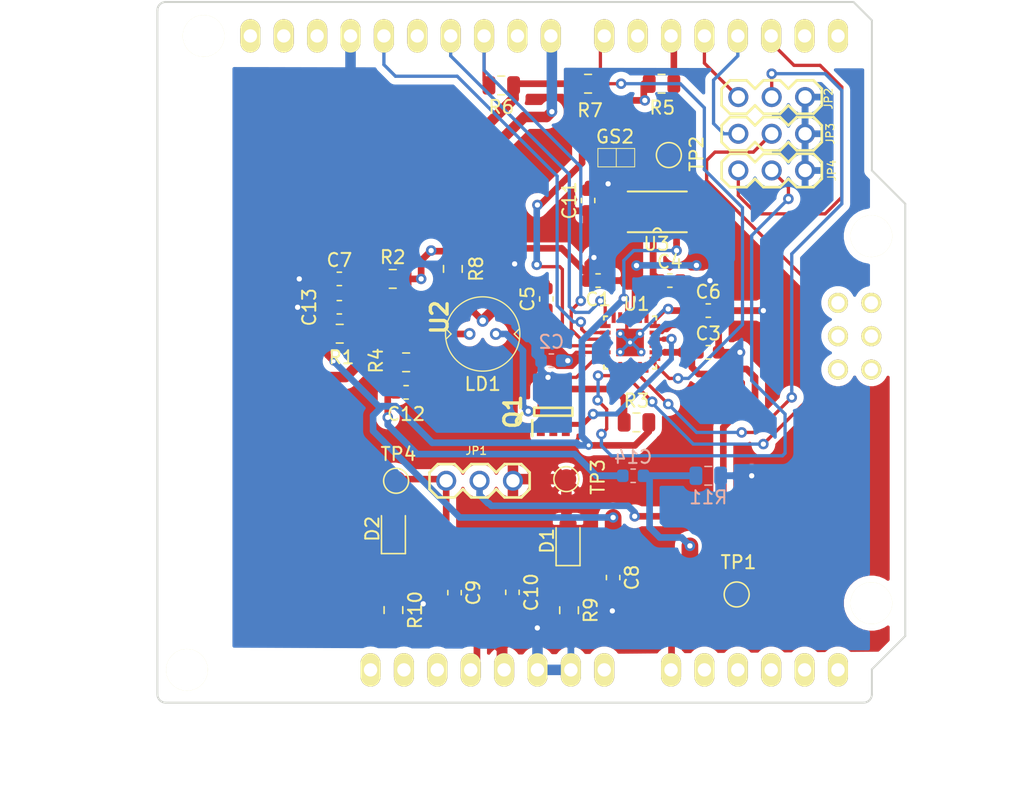
<source format=kicad_pcb>
(kicad_pcb (version 20171130) (host pcbnew "(5.1.5)-2")
  (title_block (title "Self mixing interferometer") (date 2017-05-21) (rev 1) (comment 1 "Author: Alois Kiogora Mbutura"))
  (layers (0 F.Cu signal) (31 B.Cu signal) (34 B.Paste user) (35 F.Paste user) (36 B.SilkS user) (37 F.SilkS user) (38 B.Mask user) (39 F.Mask user) (44 Edge.Cuts user))
  (net 0 "")
  (net 1 "Net-(SHIELD1-PadAD5)")
  (net 2 "Net-(SHIELD1-PadAD4)")
  (net 3 "Net-(SHIELD1-PadAD3)")
  (net 4 /A0)
  (net 5 "Net-(SHIELD1-PadAD1)")
  (net 6 "Net-(SHIELD1-PadAD2)")
  (net 7 "Net-(SHIELD1-PadV_IN)")
  (net 8 Earth)
  (net 9 /3v3)
  (net 10 "Net-(SHIELD1-PadRST)")
  (net 11 "Net-(SHIELD1-Pad0)")
  (net 12 "Net-(SHIELD1-Pad1)")
  (net 13 /ADDR2)
  (net 14 /ADDR1)
  (net 15 /ADDR0)
  (net 16 /~laser_reset)
  (net 17 "Net-(SHIELD1-Pad6)")
  (net 18 /~laser_standby)
  (net 19 /~SHDN)
  (net 20 "Net-(SHIELD1-Pad9)")
  (net 21 /~CS)
  (net 22 /MOSI)
  (net 23 "Net-(SHIELD1-Pad12)")
  (net 24 /SCK)
  (net 25 "Net-(SHIELD1-PadAREF)")
  (net 26 /5v)
  (net 27 "Net-(SHIELD1-PadSDA)")
  (net 28 "Net-(SHIELD1-PadSCL)")
  (net 29 "Net-(SHIELD1-PadIO_R)")
  (net 30 "Net-(SHIELD1-PadNC)")
  (net 31 "Net-(SHIELD1-PadSP1)")
  (net 32 "Net-(SHIELD1-PadSP2)")
  (net 33 "Net-(SHIELD1-PadSP3)")
  (net 34 "Net-(SHIELD1-PadSP4)")
  (net 35 "Net-(SHIELD1-PadSP5)")
  (net 36 "Net-(SHIELD1-PadSP6)")
  (net 37 /chip_addr2)
  (net 38 "Net-(C3-Pad1)")
  (net 39 /chip_addr0)
  (net 40 /chip_addr1)
  (net 41 /AVSS)
  (net 42 "Net-(C7-Pad2)")
  (net 43 /PD)
  (net 44 "Net-(Q1-Pad5)")
  (net 45 /LD)
  (net 46 /RSN)
  (net 47 /IOUT)
  (net 48 "Net-(Q1-Pad2)")
  (net 49 "Net-(Q1-Pad1)")
  (net 50 /4.096_VREF)
  (net 51 "Net-(U3-Pad1)")
  (net 52 "Net-(U3-Pad3)")
  (net 53 "Net-(U3-Pad5)")
  (net 54 "Net-(U3-Pad7)")
  (net 55 "Net-(U3-Pad8)")
  (net 56 "Net-(U1-Pad3)")
  (net 57 "Net-(U1-Pad6)")
  (net 58 "Net-(U1-Pad9)")
  (net 59 "Net-(U1-Pad13)")
  (net 60 "Net-(U1-Pad17)")
  (net 61 "Net-(C12-Pad1)")
  (net 62 "Net-(D2-Pad1)")
  (net 63 "Net-(D1-Pad1)")
  (module freetronics_footprints:ARDUINO_SHIELD (layer F.Cu) (at 116.166173 124.630349)
    (fp_text reference SHIELD1 hide)
    (fp_text value ARDUINO_SHIELD hide)
    (pad SP6 thru_hole circle (at 66.04 -25.4 90) (size 1.524 1.524) (drill 1.016) (layers *.Cu *.Mask F.SilkS) (net 36 "Net-(SHIELD1-PadSP6)"))
    (pad SP5 thru_hole circle (at 63.5 -25.4 90) (size 1.524 1.524) (drill 1.016) (layers *.Cu *.Mask F.SilkS) (net 35 "Net-(SHIELD1-PadSP5)"))
    (pad SP4 thru_hole circle (at 66.04 -27.94 90) (size 1.524 1.524) (drill 1.016) (layers *.Cu *.Mask F.SilkS) (net 34 "Net-(SHIELD1-PadSP4)"))
    (pad SP3 thru_hole circle (at 63.5 -27.94 90) (size 1.524 1.524) (drill 1.016) (layers *.Cu *.Mask F.SilkS) (net 33 "Net-(SHIELD1-PadSP3)"))
    (pad SP2 thru_hole circle (at 66.04 -30.48 90) (size 1.524 1.524) (drill 1.016) (layers *.Cu *.Mask F.SilkS) (net 32 "Net-(SHIELD1-PadSP2)"))
    (pad SP1 thru_hole circle (at 63.5 -30.48 90) (size 1.524 1.524) (drill 1.016) (layers *.Cu *.Mask F.SilkS) (net 31 "Net-(SHIELD1-PadSP1)"))
    (pad NC thru_hole oval (at 27.94 -2.54 90) (size 2.54 1.524) (drill 1.016) (layers *.Cu *.Mask F.SilkS) (net 30 "Net-(SHIELD1-PadNC)"))
    (pad IO_R thru_hole oval (at 30.48 -2.54 90) (size 2.54 1.524) (drill 1.016) (layers *.Cu *.Mask F.SilkS) (net 29 "Net-(SHIELD1-PadIO_R)"))
    (pad SCL thru_hole oval (at 18.796 -50.8 90) (size 2.54 1.524) (drill 1.016) (layers *.Cu *.Mask F.SilkS) (net 28 "Net-(SHIELD1-PadSCL)"))
    (pad SDA thru_hole oval (at 21.336 -50.8 90) (size 2.54 1.524) (drill 1.016) (layers *.Cu *.Mask F.SilkS) (net 27 "Net-(SHIELD1-PadSDA)"))
    (pad "" np_thru_hole circle (at 13.97 -2.54 90) (size 3.175 3.175) (drill 3.175) (layers *.Cu *.Mask F.SilkS))
    (pad "" np_thru_hole circle (at 15.24 -50.8 90) (size 3.175 3.175) (drill 3.175) (layers *.Cu *.Mask F.SilkS))
    (pad "" np_thru_hole circle (at 66.04 -35.56 90) (size 3.175 3.175) (drill 3.175) (layers *.Cu *.Mask F.SilkS))
    (pad "" np_thru_hole circle (at 66.04 -7.62 90) (size 3.175 3.175) (drill 3.175) (layers *.Cu *.Mask F.SilkS))
    (pad 5V thru_hole oval (at 38.1 -2.54 90) (size 2.54 1.524) (drill 1.016) (layers *.Cu *.Mask F.SilkS) (net 26 /5v))
    (pad AREF thru_hole oval (at 23.876 -50.8 90) (size 2.54 1.524) (drill 1.016) (layers *.Cu *.Mask F.SilkS) (net 25 "Net-(SHIELD1-PadAREF)"))
    (pad GND3 thru_hole oval (at 26.416 -50.8 90) (size 2.54 1.524) (drill 1.016) (layers *.Cu *.Mask F.SilkS) (net 8 Earth))
    (pad 13 thru_hole oval (at 28.956 -50.8 90) (size 2.54 1.524) (drill 1.016) (layers *.Cu *.Mask F.SilkS) (net 24 /SCK))
    (pad 12 thru_hole oval (at 31.496 -50.8 90) (size 2.54 1.524) (drill 1.016) (layers *.Cu *.Mask F.SilkS) (net 23 "Net-(SHIELD1-Pad12)"))
    (pad 11 thru_hole oval (at 34.036 -50.8 90) (size 2.54 1.524) (drill 1.016) (layers *.Cu *.Mask F.SilkS) (net 22 /MOSI))
    (pad 10 thru_hole oval (at 36.576 -50.8 90) (size 2.54 1.524) (drill 1.016) (layers *.Cu *.Mask F.SilkS) (net 21 /~CS))
    (pad 9 thru_hole oval (at 39.116 -50.8 90) (size 2.54 1.524) (drill 1.016) (layers *.Cu *.Mask F.SilkS) (net 20 "Net-(SHIELD1-Pad9)"))
    (pad 8 thru_hole oval (at 41.656 -50.8 90) (size 2.54 1.524) (drill 1.016) (layers *.Cu *.Mask F.SilkS) (net 19 /~SHDN))
    (pad 7 thru_hole oval (at 45.72 -50.8 90) (size 2.54 1.524) (drill 1.016) (layers *.Cu *.Mask F.SilkS) (net 18 /~laser_standby))
    (pad 6 thru_hole oval (at 48.26 -50.8 90) (size 2.54 1.524) (drill 1.016) (layers *.Cu *.Mask F.SilkS) (net 17 "Net-(SHIELD1-Pad6)"))
    (pad 5 thru_hole oval (at 50.8 -50.8 90) (size 2.54 1.524) (drill 1.016) (layers *.Cu *.Mask F.SilkS) (net 16 /~laser_reset))
    (pad 4 thru_hole oval (at 53.34 -50.8 90) (size 2.54 1.524) (drill 1.016) (layers *.Cu *.Mask F.SilkS) (net 15 /ADDR0))
    (pad 3 thru_hole oval (at 55.88 -50.8 90) (size 2.54 1.524) (drill 1.016) (layers *.Cu *.Mask F.SilkS) (net 14 /ADDR1))
    (pad 2 thru_hole oval (at 58.42 -50.8 90) (size 2.54 1.524) (drill 1.016) (layers *.Cu *.Mask F.SilkS) (net 13 /ADDR2))
    (pad 1 thru_hole oval (at 60.96 -50.8 90) (size 2.54 1.524) (drill 1.016) (layers *.Cu *.Mask F.SilkS) (net 12 "Net-(SHIELD1-Pad1)"))
    (pad 0 thru_hole oval (at 63.5 -50.8 90) (size 2.54 1.524) (drill 1.016) (layers *.Cu *.Mask F.SilkS) (net 11 "Net-(SHIELD1-Pad0)"))
    (pad RST thru_hole oval (at 33.02 -2.54 90) (size 2.54 1.524) (drill 1.016) (layers *.Cu *.Mask F.SilkS) (net 10 "Net-(SHIELD1-PadRST)"))
    (pad 3V3 thru_hole oval (at 35.56 -2.54 90) (size 2.54 1.524) (drill 1.016) (layers *.Cu *.Mask F.SilkS) (net 9 /3v3))
    (pad GND1 thru_hole oval (at 40.64 -2.54 90) (size 2.54 1.524) (drill 1.016) (layers *.Cu *.Mask F.SilkS) (net 8 Earth))
    (pad GND2 thru_hole oval (at 43.18 -2.54 90) (size 2.54 1.524) (drill 1.016) (layers *.Cu *.Mask F.SilkS) (net 8 Earth))
    (pad V_IN thru_hole oval (at 45.72 -2.54 90) (size 2.54 1.524) (drill 1.016) (layers *.Cu *.Mask F.SilkS) (net 7 "Net-(SHIELD1-PadV_IN)"))
    (pad AD2 thru_hole oval (at 55.88 -2.54 90) (size 2.54 1.524) (drill 1.016) (layers *.Cu *.Mask F.SilkS) (net 6 "Net-(SHIELD1-PadAD2)"))
    (pad AD1 thru_hole oval (at 53.34 -2.54 90) (size 2.54 1.524) (drill 1.016) (layers *.Cu *.Mask F.SilkS) (net 5 "Net-(SHIELD1-PadAD1)"))
    (pad AD0 thru_hole oval (at 50.8 -2.54 90) (size 2.54 1.524) (drill 1.016) (layers *.Cu *.Mask F.SilkS) (net 4 /A0))
    (pad AD3 thru_hole oval (at 58.42 -2.54 90) (size 2.54 1.524) (drill 1.016) (layers *.Cu *.Mask F.SilkS) (net 3 "Net-(SHIELD1-PadAD3)"))
    (pad AD4 thru_hole oval (at 60.96 -2.54 90) (size 2.54 1.524) (drill 1.016) (layers *.Cu *.Mask F.SilkS) (net 2 "Net-(SHIELD1-PadAD4)"))
    (pad AD5 thru_hole oval (at 63.5 -2.54 90) (size 2.54 1.524) (drill 1.016) (layers *.Cu *.Mask F.SilkS) (net 1 "Net-(SHIELD1-PadAD5)"))
  )
  (module Capacitor_SMD:C_0603_1608Metric (layer F.Cu) (at 161.417 92.456 180)
    (fp_text reference C1 (at 0 -1.43) (layer F.SilkS))
    (fp_text value 0.1uF)
    (pad 2 smd roundrect (at 0.7875 0 180) (size 0.875 0.95) (layers F.Cu F.Paste F.Mask) (net 8 Earth))
    (pad 1 smd roundrect (at -0.7875 0 180) (size 0.875 0.95) (layers F.Cu F.Paste F.Mask) (net 26 /5v))
  )
  (module Capacitor_SMD:C_0603_1608Metric (layer B.Cu) (at 157.861 98.552 180)
    (fp_text reference C2 (at 0 1.43) (layer B.SilkS) (effects (justify mirror)))
    (fp_text value 0.1uF)
    (pad 2 smd roundrect (at 0.7875 0 180) (size 0.875 0.95) (layers B.Cu B.Paste B.Mask) (net 8 Earth))
    (pad 1 smd roundrect (at -0.7875 0 180) (size 0.875 0.95) (layers B.Cu B.Paste B.Mask) (net 26 /5v))
  )
  (module Capacitor_SMD:C_0603_1608Metric (layer F.Cu) (at 169.799 97.917)
    (fp_text reference C3 (at 0 -1.43) (layer F.SilkS))
    (fp_text value 0.1uF)
    (pad 2 smd roundrect (at 0.7875 0) (size 0.875 0.95) (layers F.Cu F.Paste F.Mask) (net 8 Earth))
    (pad 1 smd roundrect (at -0.7875 0) (size 0.875 0.95) (layers F.Cu F.Paste F.Mask) (net 38 "Net-(C3-Pad1)"))
  )
  (module Capacitor_SMD:C_0603_1608Metric (layer F.Cu) (at 166.878 92.456)
    (fp_text reference C4 (at 0 -1.43) (layer F.SilkS))
    (fp_text value 0.1uF)
    (pad 2 smd roundrect (at 0.7875 0) (size 0.875 0.95) (layers F.Cu F.Paste F.Mask) (net 8 Earth))
    (pad 1 smd roundrect (at -0.7875 0) (size 0.875 0.95) (layers F.Cu F.Paste F.Mask) (net 50 /4.096_VREF))
  )
  (module Capacitor_SMD:C_0603_1608Metric (layer F.Cu) (at 157.48 93.853 90)
    (fp_text reference C5 (at 0 -1.43 90) (layer F.SilkS))
    (fp_text value 0.1uF)
    (pad 2 smd roundrect (at 0.7875 0 90) (size 0.875 0.95) (layers F.Cu F.Paste F.Mask) (net 8 Earth))
    (pad 1 smd roundrect (at -0.7875 0 90) (size 0.875 0.95) (layers F.Cu F.Paste F.Mask) (net 26 /5v))
  )
  (module Capacitor_SMD:C_0603_1608Metric (layer F.Cu) (at 169.799 94.742)
    (fp_text reference C6 (at 0 -1.43) (layer F.SilkS))
    (fp_text value 0.1uF)
    (pad 2 smd roundrect (at 0.7875 0) (size 0.875 0.95) (layers F.Cu F.Paste F.Mask) (net 8 Earth))
    (pad 1 smd roundrect (at -0.7875 0) (size 0.875 0.95) (layers F.Cu F.Paste F.Mask) (net 41 /AVSS))
  )
  (module Capacitor_SMD:C_0603_1608Metric (layer F.Cu) (at 141.732 92.329)
    (fp_text reference C7 (at 0 -1.43) (layer F.SilkS))
    (fp_text value 0.1uF)
    (pad 2 smd roundrect (at 0.7875 0) (size 0.875 0.95) (layers F.Cu F.Paste F.Mask) (net 42 "Net-(C7-Pad2)"))
    (pad 1 smd roundrect (at -0.7875 0) (size 0.875 0.95) (layers F.Cu F.Paste F.Mask) (net 8 Earth))
  )
  (module Capacitor_SMD:C_0603_1608Metric (layer F.Cu) (at 162.56 115.062 270)
    (fp_text reference C8 (at 0 -1.43 90) (layer F.SilkS))
    (fp_text value 22uF)
    (pad 2 smd roundrect (at 0.7875 0 270) (size 0.875 0.95) (layers F.Cu F.Paste F.Mask) (net 8 Earth))
    (pad 1 smd roundrect (at -0.7875 0 270) (size 0.875 0.95) (layers F.Cu F.Paste F.Mask) (net 41 /AVSS))
  )
  (module Capacitor_SMD:C_0603_1608Metric (layer F.Cu) (at 150.495 116.2125 270)
    (fp_text reference C9 (at 0 -1.43 90) (layer F.SilkS))
    (fp_text value 22uF)
    (pad 2 smd roundrect (at 0.7875 0 270) (size 0.875 0.95) (layers F.Cu F.Paste F.Mask) (net 8 Earth))
    (pad 1 smd roundrect (at -0.7875 0 270) (size 0.875 0.95) (layers F.Cu F.Paste F.Mask) (net 9 /3v3))
  )
  (module Capacitor_SMD:C_0603_1608Metric (layer F.Cu) (at 154.9 116.1875 270)
    (fp_text reference C10 (at 0 -1.43 90) (layer F.SilkS))
    (fp_text value 22uF)
    (pad 2 smd roundrect (at 0.7875 0 270) (size 0.875 0.95) (layers F.Cu F.Paste F.Mask) (net 8 Earth))
    (pad 1 smd roundrect (at -0.7875 0 270) (size 0.875 0.95) (layers F.Cu F.Paste F.Mask) (net 26 /5v))
  )
  (module Capacitor_SMD:C_0603_1608Metric (layer F.Cu) (at 160.655 86.36 90)
    (fp_text reference C11 (at 0 -1.43 90) (layer F.SilkS))
    (fp_text value 0.1uF)
    (pad 2 smd roundrect (at 0.7875 0 90) (size 0.875 0.95) (layers F.Cu F.Paste F.Mask) (net 8 Earth))
    (pad 1 smd roundrect (at -0.7875 0 90) (size 0.875 0.95) (layers F.Cu F.Paste F.Mask) (net 26 /5v))
  )
  (module Capacitor_SMD:C_0603_1608Metric (layer F.Cu) (at 146.812 100.965)
    (fp_text reference C12 (at 0 1.651 180) (layer F.SilkS))
    (fp_text value 82pF)
    (pad 2 smd roundrect (at 0.7875 0) (size 0.875 0.95) (layers F.Cu F.Paste F.Mask) (net 43 /PD))
    (pad 1 smd roundrect (at -0.7875 0) (size 0.875 0.95) (layers F.Cu F.Paste F.Mask) (net 61 "Net-(C12-Pad1)"))
  )
  (module Capacitor_SMD:C_0603_1608Metric (layer F.Cu) (at 141.732 94.488 180)
    (fp_text reference C13 (at 2.286 0 90) (layer F.SilkS))
    (fp_text value 0.1uF)
    (pad 2 smd roundrect (at 0.7875 0 180) (size 0.875 0.95) (layers F.Cu F.Paste F.Mask) (net 8 Earth))
    (pad 1 smd roundrect (at -0.7875 0 180) (size 0.875 0.95) (layers F.Cu F.Paste F.Mask) (net 41 /AVSS))
  )
  (module Capacitor_SMD:C_0603_1608Metric (layer B.Cu) (at 164.084 107.315 180)
    (fp_text reference C14 (at 0 1.43) (layer B.SilkS) (effects (justify mirror)))
    (fp_text value 0.1uF)
    (pad 2 smd roundrect (at 0.7875 0 180) (size 0.875 0.95) (layers B.Cu B.Paste B.Mask) (net 61 "Net-(C12-Pad1)"))
    (pad 1 smd roundrect (at -0.7875 0 180) (size 0.875 0.95) (layers B.Cu B.Paste B.Mask) (net 4 /A0))
  )
  (module LED_SMD:LED_0805_2012Metric_Castellated (layer F.Cu) (at 159.131 112.268 90)
    (fp_text reference D1 (at 0 -1.6 90) (layer F.SilkS))
    (fp_text value LED)
    (pad 2 smd roundrect (at 0.9625 0 90) (size 1.325 1.3) (layers F.Cu F.Paste F.Mask) (roundrect_rratio 0.192308) (net 26 /5v))
    (pad 1 smd roundrect (at -0.9625 0 90) (size 1.325 1.3) (layers F.Cu F.Paste F.Mask) (roundrect_rratio 0.192308) (net 63 "Net-(D1-Pad1)"))
  )
  (module LED_SMD:LED_0805_2012Metric_Castellated (layer F.Cu) (at 145.8468 111.3536 90)
    (fp_text reference D2 (at 0 -1.6 90) (layer F.SilkS))
    (fp_text value LED)
    (pad 2 smd roundrect (at 0.9625 0 90) (size 1.325 1.3) (layers F.Cu F.Paste F.Mask) (roundrect_rratio 0.192308) (net 9 /3v3))
    (pad 1 smd roundrect (at -0.9625 0 90) (size 1.325 1.3) (layers F.Cu F.Paste F.Mask) (roundrect_rratio 0.192308) (net 62 "Net-(D2-Pad1)"))
  )
  (module Resistor_SMD:R_0805_2012Metric (layer F.Cu) (at 166.243 77.47)
    (fp_text reference R5 (at 0.057 1.83) (layer F.SilkS))
    (fp_text value 100k)
    (pad 2 smd roundrect (at 0.9375 0) (size 0.975 1.4) (layers F.Cu F.Paste F.Mask) (net 16 /~laser_reset))
    (pad 1 smd roundrect (at -0.9375 0) (size 0.975 1.4) (layers F.Cu F.Paste F.Mask) (net 9 /3v3))
  )
  (module Resistor_SMD:R_0805_2012Metric (layer F.Cu) (at 154.051 77.597 180)
    (fp_text reference R6 (at 0 -1.65) (layer F.SilkS))
    (fp_text value 100k)
    (pad 2 smd roundrect (at 0.9375 0 180) (size 0.975 1.4) (layers F.Cu F.Paste F.Mask) (net 21 /~CS))
    (pad 1 smd roundrect (at -0.9375 0 180) (size 0.975 1.4) (layers F.Cu F.Paste F.Mask) (net 9 /3v3))
  )
  (module Resistor_SMD:R_0805_2012Metric (layer F.Cu) (at 160.655 77.47)
    (fp_text reference R7 (at 0.145 2.03) (layer F.SilkS))
    (fp_text value 100k)
    (pad 2 smd roundrect (at 0.9375 0) (size 0.975 1.4) (layers F.Cu F.Paste F.Mask) (net 18 /~laser_standby))
    (pad 1 smd roundrect (at -0.9375 0) (size 0.975 1.4) (layers F.Cu F.Paste F.Mask) (net 9 /3v3))
  )
  (module Resistor_SMD:R_0805_2012Metric (layer F.Cu) (at 150.368 91.567 270)
    (fp_text reference R8 (at 0 -1.778 90) (layer F.SilkS))
    (fp_text value 100k)
    (pad 2 smd roundrect (at 0.9375 0 270) (size 0.975 1.4) (layers F.Cu F.Paste F.Mask) (net 19 /~SHDN))
    (pad 1 smd roundrect (at -0.9375 0 270) (size 0.975 1.4) (layers F.Cu F.Paste F.Mask) (net 9 /3v3))
  )
  (module Resistor_SMD:R_0805_2012Metric (layer F.Cu) (at 159.2072 117.5512 270)
    (fp_text reference R9 (at 0 -1.65 90) (layer F.SilkS))
    (fp_text value 220R)
    (pad 2 smd roundrect (at 0.9375 0 270) (size 0.975 1.4) (layers F.Cu F.Paste F.Mask) (net 8 Earth))
    (pad 1 smd roundrect (at -0.9375 0 270) (size 0.975 1.4) (layers F.Cu F.Paste F.Mask) (net 63 "Net-(D1-Pad1)"))
  )
  (module Resistor_SMD:R_0805_2012Metric (layer F.Cu) (at 145.8468 117.5375 270)
    (fp_text reference R10 (at 0 -1.65 90) (layer F.SilkS))
    (fp_text value 100R)
    (pad 2 smd roundrect (at 0.9375 0 270) (size 0.975 1.4) (layers F.Cu F.Paste F.Mask) (net 8 Earth))
    (pad 1 smd roundrect (at -0.9375 0 270) (size 0.975 1.4) (layers F.Cu F.Paste F.Mask) (net 62 "Net-(D2-Pad1)"))
  )
  (module ADN8810ACPZ:ADN8810ACPZ (layer F.Cu) (at 163.85 97.1677 90)
    (fp_text reference U1 (at 2.9337 0.488) (layer F.SilkS))
    (fp_text value ADN8810ACPZ hide)
    (pad 25 smd rect (at 0 0 90) (size 2.1 2.1) (layers F.Cu F.Paste F.Mask) (net 41 /AVSS))
    (pad 24 smd rect (at -1.25 -1.8923 90) (size 0.3048 0.8128) (layers F.Cu F.Paste F.Mask) (net 8 Earth))
    (pad 23 smd rect (at -0.750001 -1.8923 90) (size 0.3048 0.8128) (layers F.Cu F.Paste F.Mask) (net 26 /5v))
    (pad 22 smd rect (at -0.25 -1.8923 90) (size 0.3048 0.8128) (layers F.Cu F.Paste F.Mask) (net 16 /~laser_reset))
    (pad 21 smd rect (at 0.25 -1.8923 90) (size 0.3048 0.8128) (layers F.Cu F.Paste F.Mask) (net 21 /~CS))
    (pad 20 smd rect (at 0.750001 -1.8923 90) (size 0.3048 0.8128) (layers F.Cu F.Paste F.Mask) (net 24 /SCK))
    (pad 19 smd rect (at 1.25 -1.8923 90) (size 0.3048 0.8128) (layers F.Cu F.Paste F.Mask) (net 22 /MOSI))
    (pad 18 smd rect (at 1.8923 -1.25 180) (size 0.3048 0.8128) (layers F.Cu F.Paste F.Mask) (net 41 /AVSS))
    (pad 17 smd rect (at 1.8923 -0.750001 180) (size 0.3048 0.8128) (layers F.Cu F.Paste F.Mask) (net 60 "Net-(U1-Pad17)"))
    (pad 16 smd rect (at 1.8923 -0.25 180) (size 0.3048 0.8128) (layers F.Cu F.Paste F.Mask) (net 41 /AVSS))
    (pad 15 smd rect (at 1.8923 0.25 180) (size 0.3048 0.8128) (layers F.Cu F.Paste F.Mask) (net 26 /5v))
    (pad 14 smd rect (at 1.8923 0.750001 180) (size 0.3048 0.8128) (layers F.Cu F.Paste F.Mask) (net 50 /4.096_VREF))
    (pad 13 smd rect (at 1.8923 1.25 180) (size 0.3048 0.8128) (layers F.Cu F.Paste F.Mask) (net 59 "Net-(U1-Pad13)"))
    (pad 12 smd rect (at 1.25 1.8923 90) (size 0.3048 0.8128) (layers F.Cu F.Paste F.Mask) (net 41 /AVSS))
    (pad 11 smd rect (at 0.750001 1.8923 90) (size 0.3048 0.8128) (layers F.Cu F.Paste F.Mask) (net 38 "Net-(C3-Pad1)"))
    (pad 10 smd rect (at 0.25 1.8923 90) (size 0.3048 0.8128) (layers F.Cu F.Paste F.Mask) (net 47 /IOUT))
    (pad 9 smd rect (at -0.25 1.8923 90) (size 0.3048 0.8128) (layers F.Cu F.Paste F.Mask) (net 58 "Net-(U1-Pad9)"))
    (pad 8 smd rect (at -0.750001 1.8923 90) (size 0.3048 0.8128) (layers F.Cu F.Paste F.Mask) (net 38 "Net-(C3-Pad1)"))
    (pad 7 smd rect (at -1.25 1.8923 90) (size 0.3048 0.8128) (layers F.Cu F.Paste F.Mask) (net 18 /~laser_standby))
    (pad 6 smd rect (at -1.8923 1.25 180) (size 0.3048 0.8128) (layers F.Cu F.Paste F.Mask) (net 57 "Net-(U1-Pad6)"))
    (pad 5 smd rect (at -1.8923 0.750001 180) (size 0.3048 0.8128) (layers F.Cu F.Paste F.Mask) (net 39 /chip_addr0))
    (pad 4 smd rect (at -1.8923 0.25 180) (size 0.3048 0.8128) (layers F.Cu F.Paste F.Mask) (net 40 /chip_addr1))
    (pad 3 smd rect (at -1.8923 -0.25 180) (size 0.3048 0.8128) (layers F.Cu F.Paste F.Mask) (net 56 "Net-(U1-Pad3)"))
    (pad 2 smd rect (at -1.8923 -0.750001 180) (size 0.3048 0.8128) (layers F.Cu F.Paste F.Mask) (net 46 /RSN))
    (pad 1 smd rect (at -1.8923 -1.25 180) (size 0.3048 0.8128) (layers F.Cu F.Paste F.Mask) (net 37 /chip_addr2))
  )
  (module "1x02 GS2:GS2" (layer F.Cu) (at 162.8 83.1 180)
    (fp_text reference J1)
    (fp_text value GS2 (at 0.1 1.6 180) (layer F.SilkS))
    (pad 1 smd rect (at -0.7 0 180) (size 1.018799 1.018799) (layers F.Cu F.Paste F.Mask) (net 41 /AVSS))
    (pad 2 smd rect (at 0.7 0 180) (size 1.018799 1.018799) (layers F.Cu F.Paste F.Mask) (net 8 Earth))
  )
  (module OPA320SAIDBVT:SOT95P280X145-6N (layer F.Cu) (at 146.05 95.55)
    (fp_text reference U2 (at 3.302 -0.3 90) (layer F.SilkS) (effects (font (size 1.27 1.27) (thickness 0.254))))
    (fp_text value OPA320SAIDBVT hide)
    (pad 6 smd rect (at 1.25 -0.95 90) (size 0.6 1.2) (layers F.Cu F.Paste F.Mask) (net 9 /3v3))
    (pad 5 smd rect (at 1.25 0 90) (size 0.6 1.2) (layers F.Cu F.Paste F.Mask) (net 19 /~SHDN))
    (pad 4 smd rect (at 1.25 0.95 90) (size 0.6 1.2) (layers F.Cu F.Paste F.Mask) (net 43 /PD))
    (pad 3 smd rect (at -1.25 0.95 90) (size 0.6 1.2) (layers F.Cu F.Paste F.Mask) (net 42 "Net-(C7-Pad2)"))
    (pad 2 smd rect (at -1.25 0 90) (size 0.6 1.2) (layers F.Cu F.Paste F.Mask) (net 41 /AVSS))
    (pad 1 smd rect (at -1.25 -0.95 90) (size 0.6 1.2) (layers F.Cu F.Paste F.Mask) (net 61 "Net-(C12-Pad1)"))
  )
  (module OPA320SAIDBVT:SOT95P280X145-6N (layer F.Cu) (at 158.01 102.44 90)
    (fp_text reference Q1 (at 0 -3.07 270) (layer F.SilkS) (effects (font (size 1.27 1.27) (thickness 0.254))))
    (fp_text value FDC637BNZ hide)
    (pad 6 smd rect (at 1.25 -0.95 180) (size 0.6 1.2) (layers F.Cu F.Paste F.Mask) (net 45 /LD))
    (pad 5 smd rect (at 1.25 0 180) (size 0.6 1.2) (layers F.Cu F.Paste F.Mask) (net 44 "Net-(Q1-Pad5)"))
    (pad 4 smd rect (at 1.25 0.95 180) (size 0.6 1.2) (layers F.Cu F.Paste F.Mask) (net 46 /RSN))
    (pad 3 smd rect (at -1.25 0.95 180) (size 0.6 1.2) (layers F.Cu F.Paste F.Mask) (net 47 /IOUT))
    (pad 2 smd rect (at -1.25 0 180) (size 0.6 1.2) (layers F.Cu F.Paste F.Mask) (net 48 "Net-(Q1-Pad2)"))
    (pad 1 smd rect (at -1.25 -0.95 180) (size 0.6 1.2) (layers F.Cu F.Paste F.Mask) (net 49 "Net-(Q1-Pad1)"))
  )
  (module TestPoint:TestPoint_Pad_D1.5mm (layer F.Cu) (at 146.05 107.696 270)
    (fp_text reference TP4 (at -2.032 -0.177 180) (layer F.SilkS))
    (fp_text value TESTPOINT)
    (pad 1 smd circle (at 0 0 270) (size 1.5 1.5) (layers F.Cu F.Mask) (net 9 /3v3))
  )
  (module TestPoint:TestPoint_Pad_D1.5mm (layer F.Cu) (at 159.004 107.569)
    (fp_text reference TP3 (at 2.396 -0.169 90) (layer F.SilkS))
    (fp_text value TESTPOINT)
    (pad 1 smd circle (at 0 0) (size 1.5 1.5) (layers F.Cu F.Mask) (net 26 /5v))
  )
  (module TestPoint:TestPoint_Pad_D1.5mm (layer F.Cu) (at 166.8 82.9 90)
    (fp_text reference TP2 (at 0.096 2.11 270) (layer F.SilkS))
    (fp_text value TESTPOINT)
    (pad 1 smd circle (at 0 0 90) (size 1.5 1.5) (layers F.Cu F.Mask) (net 50 /4.096_VREF))
  )
  (module TestPoint:TestPoint_Pad_D1.5mm (layer F.Cu) (at 171.96 116.35)
    (fp_text reference TP1 (at 0.14 -2.45) (layer F.SilkS))
    (fp_text value TESTPOINT)
    (pad 1 smd circle (at 0 0) (size 1.5 1.5) (layers F.Cu F.Mask) (net 4 /A0))
  )
  (module Resistor_SMD:R_0805_2012Metric (layer B.Cu) (at 169.799 107.315)
    (fp_text reference R11 (at 0 1.65) (layer B.SilkS) (effects (justify mirror)))
    (fp_text value 5.1k)
    (pad 2 smd roundrect (at 0.9375 0) (size 0.975 1.4) (layers B.Cu B.Paste B.Mask) (net 8 Earth))
    (pad 1 smd roundrect (at -0.9375 0) (size 0.975 1.4) (layers B.Cu B.Paste B.Mask) (net 4 /A0))
  )
  (module Resistor_SMD:R_0805_2012Metric (layer F.Cu) (at 146.812 98.679)
    (fp_text reference R4 (at -2.286 -0.127 90) (layer F.SilkS))
    (fp_text value 7.87k)
    (pad 2 smd roundrect (at 0.9375 0) (size 0.975 1.4) (layers F.Cu F.Paste F.Mask) (net 43 /PD))
    (pad 1 smd roundrect (at -0.9375 0) (size 0.975 1.4) (layers F.Cu F.Paste F.Mask) (net 61 "Net-(C12-Pad1)"))
  )
  (module Resistor_SMD:R_0805_2012Metric (layer F.Cu) (at 164.338 103.251)
    (fp_text reference R3 (at 0 -1.65) (layer F.SilkS))
    (fp_text value 66.5R)
    (pad 2 smd roundrect (at 0.9375 0) (size 0.975 1.4) (layers F.Cu F.Paste F.Mask) (net 41 /AVSS))
    (pad 1 smd roundrect (at -0.9375 0) (size 0.975 1.4) (layers F.Cu F.Paste F.Mask) (net 46 /RSN))
  )
  (module Resistor_SMD:R_0805_2012Metric (layer F.Cu) (at 145.796 92.329 180)
    (fp_text reference R2 (at 0 1.651 180) (layer F.SilkS))
    (fp_text value 21k)
    (pad 2 smd roundrect (at 0.9375 0 180) (size 0.975 1.4) (layers F.Cu F.Paste F.Mask) (net 42 "Net-(C7-Pad2)"))
    (pad 1 smd roundrect (at -0.9375 0 180) (size 0.975 1.4) (layers F.Cu F.Paste F.Mask) (net 9 /3v3))
  )
  (module Resistor_SMD:R_0805_2012Metric (layer F.Cu) (at 141.7625 96.5)
    (fp_text reference R1 (at 0.1375 1.8) (layer F.SilkS))
    (fp_text value 680k)
    (pad 2 smd roundrect (at 0.9375 0) (size 0.975 1.4) (layers F.Cu F.Paste F.Mask) (net 42 "Net-(C7-Pad2)"))
    (pad 1 smd roundrect (at -0.9375 0) (size 0.975 1.4) (layers F.Cu F.Paste F.Mask) (net 41 /AVSS))
  )
  (module ADN8810ACPZ:ADR292GRUZ (layer F.Cu) (at 165.917999 87.2236 180)
    (fp_text reference U3 (at 0.055999 -2.4384) (layer F.SilkS))
    (fp_text value ADR292GRUZ hide)
    (pad 8 smd rect (at 2.8194 -0.974999 180) (size 1.4732 0.3556) (layers F.Cu F.Paste F.Mask) (net 55 "Net-(U3-Pad8)"))
    (pad 7 smd rect (at 2.8194 -0.325001 180) (size 1.4732 0.3556) (layers F.Cu F.Paste F.Mask) (net 54 "Net-(U3-Pad7)"))
    (pad 6 smd rect (at 2.8194 0.325001 180) (size 1.4732 0.3556) (layers F.Cu F.Paste F.Mask) (net 50 /4.096_VREF))
    (pad 5 smd rect (at 2.8194 0.974999 180) (size 1.4732 0.3556) (layers F.Cu F.Paste F.Mask) (net 53 "Net-(U3-Pad5)"))
    (pad 4 smd rect (at -2.8194 0.974999 180) (size 1.4732 0.3556) (layers F.Cu F.Paste F.Mask) (net 41 /AVSS))
    (pad 3 smd rect (at -2.8194 0.325001 180) (size 1.4732 0.3556) (layers F.Cu F.Paste F.Mask) (net 52 "Net-(U3-Pad3)"))
    (pad 2 smd rect (at -2.8194 -0.325001 180) (size 1.4732 0.3556) (layers F.Cu F.Paste F.Mask) (net 26 /5v))
    (pad 1 smd rect (at -2.8194 -0.974999 180) (size 1.4732 0.3556) (layers F.Cu F.Paste F.Mask) (net 51 "Net-(U3-Pad1)"))
  )
  (module ADN8810ACPZ:ADL-65055TL (layer F.Cu) (at 152.638 96.52)
    (fp_text reference LD1 (at 0 3.81) (layer F.SilkS))
    (fp_text value Laserdiode_N_TYPE hide)
    (pad 1 thru_hole circle (at 1 0) (size 0.9 0.9) (drill 0.5) (layers *.Cu *.Mask) (net 45 /LD))
    (pad 3 thru_hole circle (at -1 0) (size 0.9 0.9) (drill 0.5) (layers *.Cu *.Mask) (net 43 /PD))
    (pad 2 thru_hole circle (at 0 -1) (size 0.9 0.9) (drill 0.5) (layers *.Cu *.Mask) (net 26 /5v))
  )
  (module freetronics_footprints:1X03 (layer F.Cu) (at 177.165 81.28 180)
    (fp_text reference JP3 (at -1.905 0 270) (layer F.SilkS) (effects (font (size 0.6 0.6) (thickness 0.1))))
    (fp_text value Jumper_NC_Dual hide)
    (pad 3 thru_hole oval (at 5.08 0 270) (size 1.524 1.524) (drill 1.016) (layers *.Cu *.Mask) (net 14 /ADDR1))
    (pad 2 thru_hole oval (at 2.54 0 270) (size 1.524 1.524) (drill 1.016) (layers *.Cu *.Mask) (net 40 /chip_addr1))
    (pad 1 thru_hole oval (at 0 0 270) (size 1.524 1.524) (drill 1.016) (layers *.Cu *.Mask) (net 8 Earth))
  )
  (module freetronics_footprints:1X03 (layer F.Cu) (at 177.165 78.486 180)
    (fp_text reference JP2 (at -1.778 -0.127 270) (layer F.SilkS) (effects (font (size 0.6 0.6) (thickness 0.1))))
    (fp_text value Jumper_NC_Dual hide)
    (pad 3 thru_hole oval (at 5.08 0 270) (size 1.524 1.524) (drill 1.016) (layers *.Cu *.Mask) (net 15 /ADDR0))
    (pad 2 thru_hole oval (at 2.54 0 270) (size 1.524 1.524) (drill 1.016) (layers *.Cu *.Mask) (net 39 /chip_addr0))
    (pad 1 thru_hole oval (at 0 0 270) (size 1.524 1.524) (drill 1.016) (layers *.Cu *.Mask) (net 8 Earth))
  )
  (module freetronics_footprints:1X03 (layer F.Cu) (at 154.94 107.696 180)
    (fp_text reference JP1 (at 2.794 2.286 180) (layer F.SilkS) (effects (font (size 0.6 0.6) (thickness 0.1))))
    (fp_text value Jumper_NC_Dual hide)
    (pad 3 thru_hole oval (at 5.08 0 270) (size 1.524 1.524) (drill 1.016) (layers *.Cu *.Mask) (net 9 /3v3))
    (pad 2 thru_hole oval (at 2.54 0 270) (size 1.524 1.524) (drill 1.016) (layers *.Cu *.Mask) (net 38 "Net-(C3-Pad1)"))
    (pad 1 thru_hole oval (at 0 0 270) (size 1.524 1.524) (drill 1.016) (layers *.Cu *.Mask) (net 26 /5v))
  )
  (module freetronics_footprints:1X03 (layer F.Cu) (at 177.165 84.074 180)
    (fp_text reference JP4 (at -2.032 0 270) (layer F.SilkS) (effects (font (size 0.6 0.6) (thickness 0.1))))
    (fp_text value Jumper_NC_Dual hide)
    (pad 3 thru_hole oval (at 5.08 0 270) (size 1.524 1.524) (drill 1.016) (layers *.Cu *.Mask) (net 13 /ADDR2))
    (pad 2 thru_hole oval (at 2.54 0 270) (size 1.524 1.524) (drill 1.016) (layers *.Cu *.Mask) (net 37 /chip_addr2))
    (pad 1 thru_hole oval (at 0 0 270) (size 1.524 1.524) (drill 1.016) (layers *.Cu *.Mask) (net 8 Earth))
  )
  (gr_line (start 128.524 71.247) (end 180.848 71.247) (layer Edge.Cuts) (width 0.15))
  (gr_line (start 181.61 124.587) (end 128.524 124.587) (layer Edge.Cuts) (width 0.15))
  (gr_line (start 182.245 122.047) (end 182.245 123.952) (layer Edge.Cuts) (width 0.15))
  (gr_arc (start 181.61 123.952) (end 181.61 124.587) (angle -90) (layer Edge.Cuts) (width 0.15))
  (gr_line (start 127.889 71.882) (end 127.889 123.952) (layer Edge.Cuts) (width 0.15))
  (gr_arc (start 128.524 71.882) (end 128.524 71.247) (angle -90) (layer Edge.Cuts) (width 0.15))
  (gr_arc (start 128.524 123.952) (end 127.889 123.952) (angle -90) (layer Edge.Cuts) (width 0.15))
  (gr_line (start 182.245 72.644) (end 180.848 71.247) (layer Edge.Cuts) (width 0.15))
  (gr_line (start 182.245 84.074) (end 182.245 72.644) (layer Edge.Cuts) (width 0.15))
  (gr_line (start 184.785 86.614) (end 182.245 84.074) (layer Edge.Cuts) (width 0.15))
  (gr_line (start 184.785 119.507) (end 184.785 86.614) (layer Edge.Cuts) (width 0.15))
  (gr_line (start 182.245 122.047) (end 184.785 119.507) (layer Edge.Cuts) (width 0.15))
  (segment (start 168.449 107.315) (end 165.334 107.315) (width 0.508) (layer B.Cu) (net 4))
  (segment (start 167.005 117.348) (end 167.005 114.935) (width 0.508) (layer F.Cu) (net 4))
  (segment (start 167.005 114.935) (end 167.64 114.3) (width 0.508) (layer F.Cu) (net 4))
  (segment (start 167.64 114.3) (end 168.148 114.3) (width 0.508) (layer F.Cu) (net 4))
  (segment (start 168.148 114.3) (end 168.402 114.046) (width 0.508) (layer F.Cu) (net 4))
  (segment (start 168.402 114.046) (end 168.402 112.649) (width 0.508) (layer F.Cu) (net 4))
  (segment (start 167.005 118.11) (end 167.005 117.348) (width 0.508) (layer F.Cu) (net 4))
  (segment (start 167.005 118.11) (end 167.005 122.051522) (width 0.508) (layer F.Cu) (net 4))
  (segment (start 167.005 122.051522) (end 166.966173 122.090349) (width 0.508) (layer F.Cu) (net 4))
  (segment (start 167.386 112.014) (end 167.767 112.014) (width 0.508) (layer B.Cu) (net 4))
  (segment (start 167.767 112.014) (end 168.402 112.649) (width 0.508) (layer B.Cu) (net 4))
  (via (at 168.402 112.649) (size 0.8) (drill 0.4) (layers F.Cu B.Cu) (net 4))
  (segment (start 166.116 112.014) (end 167.386 112.014) (width 0.508) (layer B.Cu) (net 4))
  (segment (start 165.334 111.232) (end 166.116 112.014) (width 0.508) (layer B.Cu) (net 4))
  (segment (start 165.334 107.315) (end 165.334 111.232) (width 0.508) (layer B.Cu) (net 4))
  (segment (start 168.449 107.315) (end 168.576 107.188) (width 0.508) (layer B.Cu) (net 4))
  (segment (start 168.402 112.649) (end 168.402 114.502) (width 1.27) (layer F.Cu) (net 4))
  (segment (start 170.25 116.35) (end 171.96 116.35) (width 1.27) (layer F.Cu) (net 4))
  (segment (start 168.402 114.502) (end 170.25 116.35) (width 1.27) (layer F.Cu) (net 4))
  (segment (start 164.8715 107.315) (end 168.8615 107.315) (width 0.508) (layer B.Cu) (net 4))
  (segment (start 171.049 97.917) (end 172.212 97.917) (width 0.508) (layer F.Cu) (net 8))
  (via (at 172.212 97.917) (size 0.8) (drill 0.4) (layers F.Cu B.Cu) (net 8))
  (segment (start 171.049 94.742) (end 173.99 94.742) (width 0.508) (layer F.Cu) (net 8))
  (via (at 173.99 94.742) (size 0.8) (drill 0.4) (layers F.Cu B.Cu) (net 8))
  (segment (start 171.149 107.315) (end 173.101 107.315) (width 0.508) (layer B.Cu) (net 8))
  (via (at 173.101 107.315) (size 0.8) (drill 0.4) (layers F.Cu B.Cu) (net 8))
  (segment (start 168.128 92.456) (end 169.926 92.456) (width 0.508) (layer F.Cu) (net 8))
  (via (at 169.926 92.456) (size 0.8) (drill 0.4) (layers F.Cu B.Cu) (net 8))
  (segment (start 161.1703 98.4177) (end 159.766 99.822) (width 0.25) (layer F.Cu) (net 8))
  (segment (start 159.766 99.822) (end 157.607 99.822) (width 0.25) (layer F.Cu) (net 8))
  (via (at 157.607 99.822) (size 0.8) (drill 0.4) (layers F.Cu B.Cu) (net 8))
  (segment (start 161.9577 98.4177) (end 161.1703 98.4177) (width 0.25) (layer F.Cu) (net 8))
  (segment (start 159.2072 118.9012) (end 156.798 118.9012) (width 0.508) (layer F.Cu) (net 8))
  (segment (start 156.798 118.9012) (end 156.7942 118.8974) (width 0.508) (layer F.Cu) (net 8))
  (via (at 156.7942 118.8974) (size 0.8) (drill 0.4) (layers F.Cu B.Cu) (net 8))
  (segment (start 150.495 117.062) (end 148.114 117.062) (width 1.27) (layer F.Cu) (net 8))
  (segment (start 148.114 117.062) (end 148.114 117.062) (width 1.27) (layer F.Cu) (net 8))
  (segment (start 160.655 85.11) (end 162.159 85.11) (width 0.508) (layer F.Cu) (net 8))
  (segment (start 162.159 85.11) (end 162.179 85.09) (width 0.508) (layer F.Cu) (net 8))
  (via (at 162.179 85.09) (size 0.8) (drill 0.4) (layers F.Cu B.Cu) (net 8))
  (segment (start 140.482 94.488) (end 138.557 94.488) (width 0.508) (layer F.Cu) (net 8))
  (via (at 138.557 94.488) (size 0.8) (drill 0.4) (layers F.Cu B.Cu) (net 8))
  (via (at 138.684 92.329) (size 0.8) (drill 0.4) (layers F.Cu B.Cu) (net 8))
  (segment (start 157.48 92.603) (end 156.484 92.603) (width 0.508) (layer F.Cu) (net 8))
  (segment (start 156.484 92.603) (end 155.067 91.186) (width 0.508) (layer F.Cu) (net 8))
  (via (at 155.067 91.186) (size 0.8) (drill 0.4) (layers F.Cu B.Cu) (net 8))
  (segment (start 170.5865 94.742) (end 173.99 94.742) (width 0.508) (layer F.Cu) (net 8))
  (segment (start 170.5865 93.1165) (end 169.926 92.456) (width 0.508) (layer F.Cu) (net 8))
  (segment (start 170.5865 94.742) (end 170.5865 93.1165) (width 0.508) (layer F.Cu) (net 8))
  (segment (start 172.212 97.917) (end 170.5865 97.917) (width 0.508) (layer F.Cu) (net 8))
  (segment (start 170.5865 94.742) (end 170.5865 97.917) (width 0.508) (layer F.Cu) (net 8))
  (segment (start 140.9445 94.488) (end 140.9445 92.329) (width 0.508) (layer F.Cu) (net 8))
  (segment (start 148.114 117.062) (end 148.082 117.094) (width 1.27) (layer F.Cu) (net 8))
  (via (at 148.114 117.062) (size 0.8) (drill 0.4) (layers F.Cu B.Cu) (net 8))
  (segment (start 162.1 85.011) (end 162.179 85.09) (width 0.508) (layer F.Cu) (net 8))
  (segment (start 162.1 83.1) (end 162.1 85.011) (width 0.508) (layer F.Cu) (net 8))
  (segment (start 160.655 85.11) (end 160.655 85.5725) (width 0.508) (layer F.Cu) (net 8))
  (segment (start 157.48 93.0655) (end 157.48 92.603) (width 0.508) (layer F.Cu) (net 8))
  (segment (start 139.827 91.186) (end 138.684 92.329) (width 0.508) (layer B.Cu) (net 8))
  (segment (start 155.067 91.186) (end 139.827 91.186) (width 0.508) (layer B.Cu) (net 8))
  (segment (start 140.029 92.329) (end 140.9445 92.329) (width 0.508) (layer F.Cu) (net 8))
  (segment (start 140.029 92.329) (end 138.684 92.329) (width 0.508) (layer F.Cu) (net 8))
  (segment (start 140.482 92.329) (end 140.029 92.329) (width 0.508) (layer F.Cu) (net 8))
  (segment (start 140.9445 94.488) (end 138.557 94.488) (width 0.508) (layer F.Cu) (net 8))
  (segment (start 156.591 98.0695) (end 157.0735 98.552) (width 0.508) (layer B.Cu) (net 8))
  (segment (start 156.591 96.901) (end 156.591 98.0695) (width 0.508) (layer B.Cu) (net 8))
  (segment (start 156.591 96.901) (end 156.025315 96.901) (width 0.5) (layer B.Cu) (net 8))
  (segment (start 155.067 95.942685) (end 155.067 91.186) (width 0.5) (layer B.Cu) (net 8))
  (segment (start 156.025315 96.901) (end 155.067 95.942685) (width 0.5) (layer B.Cu) (net 8))
  (segment (start 148.114 117.062) (end 148.114 118.014) (width 0.8) (layer B.Cu) (net 8))
  (segment (start 148.9974 118.8974) (end 156.7942 118.8974) (width 0.8) (layer B.Cu) (net 8))
  (segment (start 148.114 118.014) (end 148.9974 118.8974) (width 0.8) (layer B.Cu) (net 8))
  (segment (start 156.8958 118.999) (end 156.7942 118.8974) (width 0.8) (layer B.Cu) (net 8))
  (segment (start 156.806173 118.909373) (end 156.7942 118.8974) (width 0.8) (layer B.Cu) (net 8))
  (segment (start 156.806173 122.090349) (end 156.806173 118.909373) (width 0.8) (layer B.Cu) (net 8))
  (segment (start 156.7942 118.8974) (end 155.4974 118.8974) (width 0.5) (layer F.Cu) (net 8))
  (segment (start 154.9 118.3) (end 154.9 116.975) (width 0.5) (layer F.Cu) (net 8))
  (segment (start 155.4974 118.8974) (end 154.9 118.3) (width 0.5) (layer F.Cu) (net 8))
  (segment (start 146.701 118.475) (end 148.114 117.062) (width 0.5) (layer F.Cu) (net 8))
  (segment (start 145.8468 118.475) (end 146.701 118.475) (width 0.5) (layer F.Cu) (net 8))
  (segment (start 158.7985 118.8974) (end 159.2072 118.4887) (width 0.8) (layer F.Cu) (net 8))
  (segment (start 156.7942 118.8974) (end 158.7985 118.8974) (width 0.8) (layer F.Cu) (net 8))
  (segment (start 157.359885 118.8974) (end 157.362485 118.9) (width 0.8) (layer B.Cu) (net 8))
  (segment (start 156.7942 118.8974) (end 157.359885 118.8974) (width 0.8) (layer B.Cu) (net 8))
  (segment (start 157.362485 118.9) (end 161.2 118.9) (width 0.8) (layer B.Cu) (net 8))
  (segment (start 161.2 118.9) (end 162.5 117.6) (width 0.8) (layer B.Cu) (net 8))
  (segment (start 162.5 117.6) (end 162.5 117.6) (width 0.8) (layer B.Cu) (net 8))
  (via (at 162.5 117.6) (size 0.8) (drill 0.4) (layers F.Cu B.Cu) (net 8))
  (segment (start 162.56 117.54) (end 162.5 117.6) (width 0.8) (layer F.Cu) (net 8))
  (segment (start 162.56 115.8495) (end 162.56 117.54) (width 0.8) (layer F.Cu) (net 8))
  (segment (start 162.5 117.6) (end 166.6 117.6) (width 0.8) (layer B.Cu) (net 8))
  (segment (start 170.7365 113.4635) (end 170.7365 107.315) (width 0.8) (layer B.Cu) (net 8))
  (segment (start 166.6 117.6) (end 170.7365 113.4635) (width 0.8) (layer B.Cu) (net 8))
  (segment (start 142.582173 88.430827) (end 138.684 92.329) (width 0.8) (layer B.Cu) (net 8))
  (segment (start 142.582173 73.830349) (end 142.582173 88.430827) (width 0.8) (layer B.Cu) (net 8))
  (segment (start 177.165 78.486) (end 177.165 84.074) (width 0.508) (layer B.Cu) (net 8))
  (segment (start 173.99 94.742) (end 173.99 90.71) (width 0.508) (layer B.Cu) (net 8))
  (segment (start 177.165 87.535) (end 177.165 84.074) (width 0.508) (layer B.Cu) (net 8))
  (segment (start 173.99 90.71) (end 177.165 87.535) (width 0.508) (layer B.Cu) (net 8))
  (segment (start 171.58166 90.80034) (end 171.58166 87.18042) (width 0.508) (layer B.Cu) (net 8))
  (segment (start 171.58166 87.18042) (end 169.49124 85.09) (width 0.508) (layer B.Cu) (net 8))
  (segment (start 169.926 92.456) (end 171.58166 90.80034) (width 0.508) (layer B.Cu) (net 8))
  (segment (start 167.6655 92.456) (end 169.926 92.456) (width 0.508) (layer F.Cu) (net 8))
  (segment (start 138.557 95.053685) (end 138.6 95.096685) (width 0.508) (layer B.Cu) (net 8))
  (segment (start 138.557 94.488) (end 138.557 95.053685) (width 0.508) (layer B.Cu) (net 8))
  (segment (start 138.6 95.096685) (end 138.6 103.7) (width 0.508) (layer B.Cu) (net 8))
  (segment (start 148.114 113.214) (end 148.114 117.062) (width 0.508) (layer B.Cu) (net 8))
  (segment (start 138.6 103.7) (end 148.114 113.214) (width 0.508) (layer B.Cu) (net 8))
  (segment (start 155.067 91.186) (end 155.067 90.533) (width 0.5) (layer F.Cu) (net 8))
  (segment (start 160.6295 91.981) (end 160.6295 92.456) (width 0.5) (layer F.Cu) (net 8))
  (segment (start 158.6485 90) (end 160.6295 91.981) (width 0.5) (layer F.Cu) (net 8))
  (segment (start 155.6 90) (end 158.6485 90) (width 0.5) (layer F.Cu) (net 8))
  (segment (start 155.067 90.533) (end 155.6 90) (width 0.5) (layer F.Cu) (net 8))
  (segment (start 156.806173 122.090349) (end 159.346173 122.090349) (width 0.8) (layer B.Cu) (net 8))
  (segment (start 163.29 85.09) (end 162.179 85.09) (width 0.508) (layer B.Cu) (net 8))
  (segment (start 169.49124 85.09) (end 163.29 85.09) (width 0.508) (layer B.Cu) (net 8))
  (segment (start 162.179 85.09) (end 162.179 85.921) (width 0.508) (layer B.Cu) (net 8))
  (segment (start 162.179 85.921) (end 161.1 87) (width 0.508) (layer B.Cu) (net 8))
  (segment (start 161.1 87) (end 161.1 90.7) (width 0.508) (layer B.Cu) (net 8))
  (segment (start 161.1 90.7) (end 161.1 90.7) (width 0.508) (layer B.Cu) (net 8))
  (via (at 161.1 90.7) (size 0.8) (drill 0.4) (layers F.Cu B.Cu) (net 8))
  (segment (start 160.6295 91.1705) (end 161.1 90.7) (width 0.508) (layer F.Cu) (net 8))
  (segment (start 160.6295 92.456) (end 160.6295 91.1705) (width 0.508) (layer F.Cu) (net 8))
  (segment (start 157.0735 99.2885) (end 157.607 99.822) (width 0.5) (layer B.Cu) (net 8))
  (segment (start 157.0735 98.552) (end 157.0735 99.2885) (width 0.5) (layer B.Cu) (net 8))
  (segment (start 159.346173 120.312349) (end 160.758522 118.9) (width 0.508) (layer B.Cu) (net 8))
  (segment (start 160.758522 118.9) (end 161.2 118.9) (width 0.508) (layer B.Cu) (net 8))
  (segment (start 159.346173 122.090349) (end 159.346173 120.312349) (width 0.508) (layer B.Cu) (net 8))
  (segment (start 150.368 90.217) (end 148.764 90.217) (width 0.508) (layer F.Cu) (net 9))
  (segment (start 148.764 90.217) (end 148.717 90.17) (width 0.508) (layer F.Cu) (net 9))
  (via (at 148.717 90.17) (size 0.8) (drill 0.4) (layers F.Cu B.Cu) (net 9))
  (segment (start 164.893 77.47) (end 164.893 78.66) (width 0.508) (layer F.Cu) (net 9))
  (segment (start 164.893 78.66) (end 164.973 78.74) (width 0.508) (layer F.Cu) (net 9))
  (via (at 164.973 78.74) (size 0.8) (drill 0.4) (layers F.Cu B.Cu) (net 9))
  (segment (start 147.15 94.191) (end 146.746 93.787) (width 0.508) (layer F.Cu) (net 9))
  (segment (start 146.746 93.787) (end 146.746 92.329) (width 0.508) (layer F.Cu) (net 9))
  (segment (start 147.15 94.681) (end 147.15 94.191) (width 0.508) (layer F.Cu) (net 9))
  (segment (start 146.746 92.329) (end 147.955 92.329) (width 0.508) (layer F.Cu) (net 9))
  (via (at 147.955 92.329) (size 0.8) (drill 0.4) (layers F.Cu B.Cu) (net 9))
  (segment (start 147.193 94.638) (end 147.15 94.681) (width 0.25) (layer F.Cu) (net 9))
  (segment (start 150.495 113.495) (end 150.495 115.425) (width 0.508) (layer F.Cu) (net 9))
  (segment (start 150.495 114.2745) (end 150.495 113.495) (width 0.508) (layer F.Cu) (net 9))
  (segment (start 150.97 115.425) (end 150.995 115.4) (width 0.508) (layer F.Cu) (net 9))
  (segment (start 150.495 115.425) (end 150.97 115.425) (width 0.508) (layer F.Cu) (net 9))
  (segment (start 150.995 115.4) (end 151.5 115.4) (width 0.508) (layer F.Cu) (net 9))
  (segment (start 152.2 116.1) (end 152.2 121.616522) (width 0.508) (layer F.Cu) (net 9))
  (segment (start 152.2 121.616522) (end 151.726173 122.090349) (width 0.508) (layer F.Cu) (net 9))
  (segment (start 151.5 115.4) (end 152.2 116.1) (width 0.508) (layer F.Cu) (net 9))
  (segment (start 155.1155 77.47) (end 154.9885 77.597) (width 0.508) (layer F.Cu) (net 9))
  (segment (start 159.7175 77.47) (end 155.1155 77.47) (width 0.508) (layer F.Cu) (net 9))
  (segment (start 164.973 78.74) (end 160.04 78.74) (width 0.508) (layer F.Cu) (net 9))
  (segment (start 159.7175 78.4175) (end 159.7175 77.47) (width 0.508) (layer F.Cu) (net 9))
  (segment (start 160.04 78.74) (end 159.7175 78.4175) (width 0.508) (layer F.Cu) (net 9))
  (segment (start 147.955 90.932) (end 148.717 90.17) (width 0.508) (layer F.Cu) (net 9))
  (segment (start 147.955 92.329) (end 147.955 90.932) (width 0.508) (layer F.Cu) (net 9))
  (segment (start 149.86 112.86) (end 149.86 107.696) (width 0.5) (layer F.Cu) (net 9))
  (segment (start 150.495 113.495) (end 149.86 112.86) (width 0.5) (layer F.Cu) (net 9))
  (segment (start 149.733 107.569) (end 149.86 107.696) (width 0.5) (layer F.Cu) (net 9))
  (segment (start 145.923 107.569) (end 149.733 107.569) (width 0.5) (layer F.Cu) (net 9))
  (segment (start 145.923 110.3149) (end 145.8468 110.3911) (width 0.5) (layer F.Cu) (net 9))
  (segment (start 145.923 107.569) (end 145.923 110.3149) (width 0.5) (layer F.Cu) (net 9))
  (segment (start 146.7335 91.629) (end 143.7045 88.6) (width 0.8) (layer F.Cu) (net 9))
  (segment (start 146.7335 92.329) (end 146.7335 91.629) (width 0.8) (layer F.Cu) (net 9))
  (segment (start 143.7045 88.6) (end 137.5 88.6) (width 0.8) (layer F.Cu) (net 9))
  (segment (start 137.5 88.6) (end 135.2 90.9) (width 0.8) (layer F.Cu) (net 9))
  (segment (start 135.2 90.9) (end 135.2 100.2) (width 0.8) (layer F.Cu) (net 9))
  (segment (start 142.569 107.569) (end 145.923 107.569) (width 0.8) (layer F.Cu) (net 9))
  (segment (start 135.2 100.2) (end 142.569 107.569) (width 0.8) (layer F.Cu) (net 9))
  (segment (start 150.368 90.6295) (end 150.368 83.232) (width 0.8) (layer F.Cu) (net 9))
  (segment (start 154.9885 78.6115) (end 154.9885 77.597) (width 0.8) (layer F.Cu) (net 9))
  (segment (start 150.368 83.232) (end 154.9885 78.6115) (width 0.8) (layer F.Cu) (net 9))
  (segment (start 178.308 76.073) (end 176.320824 76.073) (width 0.25) (layer F.Cu) (net 13))
  (segment (start 176.320824 76.073) (end 174.586173 74.338349) (width 0.25) (layer F.Cu) (net 13))
  (segment (start 174.586173 74.338349) (end 174.586173 73.830349) (width 0.25) (layer F.Cu) (net 13))
  (segment (start 179.959 77.724) (end 178.308 76.073) (width 0.25) (layer F.Cu) (net 13))
  (segment (start 179.959 86.106) (end 179.959 77.724) (width 0.25) (layer F.Cu) (net 13))
  (segment (start 178.689 87.376) (end 179.959 86.106) (width 0.25) (layer F.Cu) (net 13))
  (segment (start 173.482 87.376) (end 178.689 87.376) (width 0.25) (layer F.Cu) (net 13))
  (segment (start 172.085 85.979) (end 173.482 87.376) (width 0.25) (layer F.Cu) (net 13))
  (segment (start 172.085 84.074) (end 172.085 85.979) (width 0.25) (layer F.Cu) (net 13))
  (segment (start 172.046173 75.350349) (end 170.2 77.196522) (width 0.25) (layer B.Cu) (net 14))
  (segment (start 172.046173 73.830349) (end 172.046173 75.350349) (width 0.25) (layer B.Cu) (net 14))
  (segment (start 170.2 77.196522) (end 170.2 80.5) (width 0.25) (layer B.Cu) (net 14))
  (segment (start 170.98 81.28) (end 172.085 81.28) (width 0.25) (layer B.Cu) (net 14))
  (segment (start 170.2 80.5) (end 170.98 81.28) (width 0.25) (layer B.Cu) (net 14))
  (segment (start 169.506173 75.907173) (end 169.506173 73.830349) (width 0.25) (layer F.Cu) (net 15))
  (segment (start 172.085 78.486) (end 169.506173 75.907173) (width 0.25) (layer F.Cu) (net 15))
  (segment (start 166.831 73.965522) (end 166.966173 73.830349) (width 0.25) (layer F.Cu) (net 16))
  (segment (start 161.9577 97.4177) (end 159.3177 97.4177) (width 0.25) (layer F.Cu) (net 16))
  (segment (start 159.3177 97.4177) (end 158.7 96.8) (width 0.25) (layer F.Cu) (net 16))
  (segment (start 158.7 96.8) (end 158.7 91.6) (width 0.25) (layer F.Cu) (net 16))
  (segment (start 158.7 91.6) (end 158.5 91.4) (width 0.25) (layer F.Cu) (net 16))
  (segment (start 158.5 91.4) (end 156.9 91.4) (width 0.25) (layer F.Cu) (net 16))
  (segment (start 156.9 91.4) (end 156.75 91.25) (width 0.25) (layer F.Cu) (net 16))
  (segment (start 156.75 91.25) (end 156.7 91.2) (width 0.25) (layer F.Cu) (net 16))
  (segment (start 167.1805 74.044676) (end 166.966173 73.830349) (width 0.5) (layer F.Cu) (net 16))
  (segment (start 167.1805 77.47) (end 167.1805 74.044676) (width 0.5) (layer F.Cu) (net 16))
  (segment (start 167.1805 77.47) (end 167.1805 79.7195) (width 0.5) (layer F.Cu) (net 16))
  (segment (start 167.1805 79.7195) (end 166.7 80.2) (width 0.5) (layer F.Cu) (net 16))
  (segment (start 166.7 80.2) (end 161.7 80.2) (width 0.5) (layer F.Cu) (net 16))
  (segment (start 161.7 80.2) (end 160.2 81.7) (width 0.5) (layer F.Cu) (net 16))
  (segment (start 160.2 81.7) (end 160.2 83.5) (width 0.5) (layer F.Cu) (net 16))
  (segment (start 160.2 83.5) (end 156.8 86.9) (width 0.5) (layer F.Cu) (net 16))
  (via (at 156.8 86.7) (size 0.8) (drill 0.4) (layers F.Cu B.Cu) (net 16))
  (via (at 156.75 91.25) (size 0.8) (drill 0.4) (layers F.Cu B.Cu) (net 16))
  (segment (start 156.75 86.75) (end 156.8 86.7) (width 0.5) (layer B.Cu) (net 16))
  (segment (start 156.75 91.25) (end 156.75 86.75) (width 0.5) (layer B.Cu) (net 16))
  (segment (start 161.5925 74.124022) (end 161.886173 73.830349) (width 0.25) (layer F.Cu) (net 18))
  (segment (start 161.5925 77.47) (end 161.5925 74.124022) (width 0.25) (layer F.Cu) (net 18))
  (segment (start 161.5925 77.47) (end 163.17 77.47) (width 0.25) (layer F.Cu) (net 18))
  (segment (start 163.17 77.47) (end 163.17 77.47) (width 0.25) (layer F.Cu) (net 18))
  (via (at 163.17 77.47) (size 0.8) (drill 0.4) (layers F.Cu B.Cu) (net 18))
  (segment (start 165.7423 98.4177) (end 165.9963 98.4177) (width 0.25) (layer F.Cu) (net 18))
  (segment (start 163.17 77.47) (end 167.67 77.47) (width 0.25) (layer B.Cu) (net 18))
  (segment (start 167.67 77.47) (end 169.5 79.3) (width 0.25) (layer B.Cu) (net 18))
  (segment (start 169.5 79.3) (end 169.5 84) (width 0.25) (layer B.Cu) (net 18))
  (segment (start 169.5 84) (end 172.4 86.9) (width 0.25) (layer B.Cu) (net 18))
  (segment (start 172.4 86.9) (end 172.4 95.8) (width 0.25) (layer B.Cu) (net 18))
  (segment (start 172.4 95.8) (end 168.3 99.9) (width 0.25) (layer B.Cu) (net 18))
  (segment (start 168.3 99.9) (end 167.5 99.9) (width 0.25) (layer B.Cu) (net 18))
  (segment (start 167.5 99.9) (end 167.5 99.9) (width 0.25) (layer B.Cu) (net 18))
  (via (at 167.5 99.9) (size 0.8) (drill 0.4) (layers F.Cu B.Cu) (net 18))
  (segment (start 166.934315 99.9) (end 167.5 99.9) (width 0.25) (layer F.Cu) (net 18))
  (segment (start 166.8222 99.9) (end 166.934315 99.9) (width 0.25) (layer F.Cu) (net 18))
  (segment (start 165.7423 98.8201) (end 166.8222 99.9) (width 0.25) (layer F.Cu) (net 18))
  (segment (start 165.7423 98.4177) (end 165.7423 98.8201) (width 0.25) (layer F.Cu) (net 18))
  (segment (start 149.098 95.631) (end 150.368 94.361) (width 0.25) (layer F.Cu) (net 19))
  (segment (start 150.368 94.361) (end 150.368 92.917) (width 0.25) (layer F.Cu) (net 19))
  (segment (start 147.15 95.631) (end 149.098 95.631) (width 0.25) (layer F.Cu) (net 19))
  (segment (start 150.368 92.5045) (end 151.068 92.5045) (width 0.8) (layer F.Cu) (net 19))
  (segment (start 157.9 79.6) (end 157.9 79.6) (width 0.8) (layer F.Cu) (net 19))
  (via (at 157.9 79.6) (size 0.8) (drill 0.4) (layers F.Cu B.Cu) (net 19))
  (segment (start 157.9 73.908176) (end 157.822173 73.830349) (width 0.8) (layer B.Cu) (net 19))
  (segment (start 157.9 79.6) (end 157.9 73.908176) (width 0.8) (layer B.Cu) (net 19))
  (segment (start 157.500001 79.999999) (end 155.800001 79.999999) (width 0.8) (layer F.Cu) (net 19))
  (segment (start 157.9 79.6) (end 157.500001 79.999999) (width 0.8) (layer F.Cu) (net 19))
  (segment (start 152.2 83.6) (end 152.2 91.7) (width 0.8) (layer F.Cu) (net 19))
  (segment (start 155.800001 79.999999) (end 152.2 83.6) (width 0.8) (layer F.Cu) (net 19))
  (segment (start 151.068 92.5045) (end 152.2 91.7) (width 0.8) (layer F.Cu) (net 19))
  (segment (start 152.742173 77.225673) (end 153.1135 77.597) (width 0.25) (layer F.Cu) (net 21))
  (segment (start 152.742173 73.830349) (end 152.742173 77.225673) (width 0.25) (layer F.Cu) (net 21))
  (segment (start 160.1 94) (end 160.2 93.9) (width 0.25) (layer F.Cu) (net 21))
  (via (at 160.1 94) (size 0.8) (drill 0.4) (layers F.Cu B.Cu) (net 21))
  (segment (start 152.742173 76.442173) (end 152.742173 73.830349) (width 0.25) (layer B.Cu) (net 21))
  (segment (start 160.1 94) (end 160.1 83.8) (width 0.25) (layer B.Cu) (net 21))
  (segment (start 160.1 83.8) (end 152.742173 76.442173) (width 0.25) (layer B.Cu) (net 21))
  (segment (start 159.700001 94.399999) (end 160.1 94) (width 0.25) (layer F.Cu) (net 21))
  (segment (start 159.374999 96.174999) (end 159.374999 94.725001) (width 0.25) (layer F.Cu) (net 21))
  (segment (start 159.374999 94.725001) (end 159.700001 94.399999) (width 0.25) (layer F.Cu) (net 21))
  (segment (start 160.1177 96.9177) (end 159.374999 96.174999) (width 0.25) (layer F.Cu) (net 21))
  (segment (start 161.9577 96.9177) (end 160.1177 96.9177) (width 0.25) (layer F.Cu) (net 21))
  (segment (start 150.202173 73.830349) (end 150.202173 75.350349) (width 0.25) (layer B.Cu) (net 22))
  (segment (start 159.225912 84.374088) (end 159.225912 94.425912) (width 0.25) (layer B.Cu) (net 22))
  (segment (start 150.202173 75.350349) (end 159.225912 84.374088) (width 0.25) (layer B.Cu) (net 22))
  (segment (start 159.674999 94.874999) (end 160.725001 94.874999) (width 0.25) (layer B.Cu) (net 22))
  (segment (start 159.225912 94.425912) (end 159.674999 94.874999) (width 0.25) (layer B.Cu) (net 22))
  (segment (start 160.725001 94.874999) (end 161.6 94) (width 0.25) (layer B.Cu) (net 22))
  (segment (start 161.6 94) (end 161.6 94) (width 0.25) (layer B.Cu) (net 22))
  (via (at 161.6 94) (size 0.8) (drill 0.4) (layers F.Cu B.Cu) (net 22))
  (segment (start 161.9577 94.3577) (end 161.6 94) (width 0.25) (layer F.Cu) (net 22))
  (segment (start 161.9577 95.9177) (end 161.9577 94.3577) (width 0.25) (layer F.Cu) (net 22))
  (segment (start 160.425699 96.417699) (end 160.165999 96.157999) (width 0.25) (layer F.Cu) (net 24))
  (segment (start 161.9577 96.417699) (end 160.425699 96.417699) (width 0.25) (layer F.Cu) (net 24))
  (segment (start 160.274 96.266) (end 160.165999 96.157999) (width 0.25) (layer F.Cu) (net 24))
  (segment (start 160.165999 96.157999) (end 160.165999 95.665999) (width 0.25) (layer F.Cu) (net 24))
  (segment (start 160.165999 95.665999) (end 160.1 95.6) (width 0.25) (layer F.Cu) (net 24))
  (segment (start 160.1 95.6) (end 160.1 95.6) (width 0.25) (layer F.Cu) (net 24))
  (via (at 160.1 95.6) (size 0.8) (drill 0.4) (layers F.Cu B.Cu) (net 24))
  (segment (start 159.534315 95.6) (end 158.3 94.365685) (width 0.25) (layer B.Cu) (net 24))
  (segment (start 160.1 95.6) (end 159.534315 95.6) (width 0.25) (layer B.Cu) (net 24))
  (segment (start 158.3 94.365685) (end 158.3 84.5) (width 0.25) (layer B.Cu) (net 24))
  (segment (start 158.3 84.5) (end 150.7 76.9) (width 0.25) (layer B.Cu) (net 24))
  (segment (start 150.7 76.9) (end 146 76.9) (width 0.25) (layer B.Cu) (net 24))
  (segment (start 145.122173 76.022173) (end 145.122173 73.830349) (width 0.25) (layer B.Cu) (net 24))
  (segment (start 146 76.9) (end 145.122173 76.022173) (width 0.25) (layer B.Cu) (net 24))
  (via (at 168.9 91.3) (size 0.8) (drill 0.4) (layers F.Cu B.Cu) (net 26))
  (via (at 159.111 98.552) (size 0.8) (drill 0.4) (layers F.Cu B.Cu) (net 26))
  (segment (start 161.9577 97.917701) (end 159.745299 97.917701) (width 0.25) (layer F.Cu) (net 26))
  (segment (start 159.745299 97.917701) (end 159.111 98.552) (width 0.25) (layer F.Cu) (net 26))
  (segment (start 160.655 87.585) (end 160.64 87.6) (width 0.508) (layer F.Cu) (net 26))
  (segment (start 162.2045 92.456) (end 163.195 92.456) (width 0.508) (layer F.Cu) (net 26))
  (segment (start 158.6485 98.552) (end 159.111 98.552) (width 0.508) (layer B.Cu) (net 26))
  (segment (start 157.48 94.6405) (end 157.48 95.078) (width 0.5) (layer F.Cu) (net 26))
  (segment (start 160.655 87.585) (end 160.655 87.1475) (width 0.5) (layer F.Cu) (net 26))
  (segment (start 164.1 92.889) (end 163.628 92.889) (width 0.508) (layer F.Cu) (net 26))
  (segment (start 163.628 92.889) (end 163.195 92.456) (width 0.508) (layer F.Cu) (net 26))
  (segment (start 164.1 95.2754) (end 164.1 92.889) (width 0.25) (layer F.Cu) (net 26))
  (segment (start 153.5175 94.6405) (end 157.48 94.6405) (width 0.8) (layer F.Cu) (net 26))
  (segment (start 152.638 95.52) (end 153.5175 94.6405) (width 0.8) (layer F.Cu) (net 26))
  (segment (start 169.811803 87.548601) (end 170.3 88.036798) (width 0.5) (layer F.Cu) (net 26))
  (segment (start 168.737399 87.548601) (end 169.811803 87.548601) (width 0.5) (layer F.Cu) (net 26))
  (segment (start 170.3 89.9) (end 168.9 91.3) (width 0.5) (layer F.Cu) (net 26))
  (segment (start 170.3 88.036798) (end 170.3 89.9) (width 0.5) (layer F.Cu) (net 26))
  (segment (start 163.195 92.456) (end 164.338 91.313) (width 0.508) (layer F.Cu) (net 26))
  (via (at 164.338 91.313) (size 0.8) (drill 0.4) (layers F.Cu B.Cu) (net 26))
  (segment (start 164.351 91.3) (end 164.338 91.313) (width 0.5) (layer B.Cu) (net 26))
  (segment (start 168.9 91.3) (end 164.351 91.3) (width 0.5) (layer B.Cu) (net 26))
  (segment (start 154.066999 91.702499) (end 154.066999 90.330907) (width 0.8) (layer F.Cu) (net 26))
  (segment (start 155.247915 89.14999) (end 161.54999 89.14999) (width 0.8) (layer F.Cu) (net 26))
  (segment (start 157.48 94.6405) (end 157.005 94.6405) (width 0.8) (layer F.Cu) (net 26))
  (segment (start 154.066999 90.330907) (end 155.247915 89.14999) (width 0.8) (layer F.Cu) (net 26))
  (segment (start 157.005 94.6405) (end 154.066999 91.702499) (width 0.8) (layer F.Cu) (net 26))
  (segment (start 162.2045 89.8045) (end 162.2045 92.456) (width 0.8) (layer F.Cu) (net 26))
  (segment (start 161.54999 89.14999) (end 162.2045 89.8045) (width 0.8) (layer F.Cu) (net 26))
  (segment (start 160.655 88.255) (end 161.54999 89.14999) (width 0.8) (layer F.Cu) (net 26))
  (segment (start 160.655 87.1475) (end 160.655 88.255) (width 0.8) (layer F.Cu) (net 26))
  (segment (start 157.48 95.078) (end 157.9 95.498) (width 0.8) (layer F.Cu) (net 26))
  (segment (start 157.9 97.341) (end 159.111 98.552) (width 0.8) (layer F.Cu) (net 26))
  (segment (start 157.9 95.498) (end 157.9 97.341) (width 0.8) (layer F.Cu) (net 26))
  (segment (start 157.9 97.341) (end 157.059 97.341) (width 0.8) (layer F.Cu) (net 26))
  (segment (start 157.059 97.341) (end 154.9 99.5) (width 0.8) (layer F.Cu) (net 26))
  (segment (start 154.9 99.5) (end 154.9 103.3) (width 0.8) (layer F.Cu) (net 26))
  (segment (start 154.94 103.34) (end 154.94 107.696) (width 0.8) (layer F.Cu) (net 26))
  (segment (start 154.9 103.3) (end 154.94 103.34) (width 0.8) (layer F.Cu) (net 26))
  (segment (start 154.94 115.36) (end 154.9 115.4) (width 0.8) (layer F.Cu) (net 26))
  (segment (start 154.94 107.696) (end 154.94 115.36) (width 0.8) (layer F.Cu) (net 26))
  (segment (start 155.067 107.569) (end 154.94 107.696) (width 0.8) (layer F.Cu) (net 26))
  (segment (start 159.004 107.569) (end 155.067 107.569) (width 0.8) (layer F.Cu) (net 26))
  (segment (start 159.004 111.1785) (end 159.131 111.3055) (width 0.8) (layer F.Cu) (net 26))
  (segment (start 159.004 107.569) (end 159.004 111.1785) (width 0.8) (layer F.Cu) (net 26))
  (segment (start 154.1 121.924176) (end 154.266173 122.090349) (width 0.8) (layer F.Cu) (net 26))
  (segment (start 153.9 115.4) (end 153.4 115.9) (width 0.8) (layer F.Cu) (net 26))
  (segment (start 153.4 115.9) (end 153.4 119.8) (width 0.8) (layer F.Cu) (net 26))
  (segment (start 154.9 115.4) (end 153.9 115.4) (width 0.8) (layer F.Cu) (net 26))
  (segment (start 153.4 119.8) (end 154.1 120.5) (width 0.8) (layer F.Cu) (net 26))
  (segment (start 154.1 120.5) (end 154.1 121.924176) (width 0.8) (layer F.Cu) (net 26))
  (segment (start 161.417 101.529464) (end 161.381454 101.56501) (width 0.25) (layer B.Cu) (net 37))
  (segment (start 161.781453 101.965009) (end 161.381454 101.56501) (width 0.25) (layer F.Cu) (net 37))
  (segment (start 161.417 99.695) (end 161.417 101.529464) (width 0.25) (layer B.Cu) (net 37))
  (segment (start 162.070999 103.740001) (end 162.070999 102.254555) (width 0.25) (layer F.Cu) (net 37))
  (segment (start 161.671 104.14) (end 162.070999 103.740001) (width 0.25) (layer F.Cu) (net 37))
  (segment (start 162.070999 102.254555) (end 161.781453 101.965009) (width 0.25) (layer F.Cu) (net 37))
  (via (at 161.381454 101.56501) (size 0.8) (drill 0.4) (layers F.Cu B.Cu) (net 37))
  (segment (start 175.895 86.233) (end 173.101 89.027) (width 0.25) (layer B.Cu) (net 37))
  (segment (start 175.641 102.616) (end 175.641 105.594004) (width 0.25) (layer B.Cu) (net 37))
  (segment (start 173.101 89.027) (end 173.101 100.076) (width 0.25) (layer B.Cu) (net 37))
  (segment (start 173.101 100.076) (end 175.641 102.616) (width 0.25) (layer B.Cu) (net 37))
  (segment (start 175.641 105.594004) (end 175.444004 105.791) (width 0.25) (layer B.Cu) (net 37))
  (segment (start 175.444004 105.791) (end 162.433 105.791) (width 0.25) (layer B.Cu) (net 37))
  (segment (start 162.433 105.791) (end 161.671 105.029) (width 0.25) (layer B.Cu) (net 37))
  (segment (start 161.671 105.029) (end 161.671 104.14) (width 0.25) (layer B.Cu) (net 37))
  (segment (start 162.433 99.695) (end 162.6 99.528) (width 0.25) (layer F.Cu) (net 37))
  (segment (start 162.6 99.528) (end 162.6 99.06) (width 0.25) (layer F.Cu) (net 37))
  (segment (start 161.417 99.695) (end 162.433 99.695) (width 0.25) (layer F.Cu) (net 37))
  (via (at 161.417 99.695) (size 0.8) (drill 0.4) (layers F.Cu B.Cu) (net 37))
  (via (at 161.671 104.14) (size 0.8) (drill 0.4) (layers F.Cu B.Cu) (net 37))
  (segment (start 174.625 84.074) (end 175.895 85.344) (width 0.25) (layer F.Cu) (net 37))
  (segment (start 175.895 85.344) (end 175.895 86.233) (width 0.25) (layer F.Cu) (net 37))
  (via (at 175.895 86.233) (size 0.8) (drill 0.4) (layers F.Cu B.Cu) (net 37))
  (segment (start 166.624 96.139) (end 166.55366 96.139) (width 0.25) (layer F.Cu) (net 38))
  (segment (start 166.55366 96.139) (end 166.290471 96.402189) (width 0.25) (layer F.Cu) (net 38))
  (segment (start 166.497701 97.917) (end 166.497 97.917701) (width 0.508) (layer F.Cu) (net 38))
  (segment (start 166.941999 95.821001) (end 166.624 96.139) (width 0.508) (layer F.Cu) (net 38))
  (segment (start 166.997661 95.821001) (end 166.941999 95.821001) (width 0.508) (layer F.Cu) (net 38))
  (segment (start 167.957001 95.821001) (end 166.997661 95.821001) (width 0.508) (layer F.Cu) (net 38))
  (segment (start 167.957001 95.821001) (end 167.894 95.758) (width 0.25) (layer F.Cu) (net 38))
  (segment (start 168.529 96.764) (end 168.529 96.393) (width 0.508) (layer F.Cu) (net 38))
  (segment (start 168.529 96.393) (end 167.957001 95.821001) (width 0.508) (layer F.Cu) (net 38))
  (segment (start 168.549 97.917) (end 168.549 96.784) (width 0.508) (layer F.Cu) (net 38))
  (segment (start 168.549 96.784) (end 168.529 96.764) (width 0.508) (layer F.Cu) (net 38))
  (segment (start 173.355 102.108) (end 173.355 99.822) (width 0.508) (layer F.Cu) (net 38))
  (segment (start 170.942 105.537) (end 170.942 103.632) (width 0.508) (layer F.Cu) (net 38))
  (segment (start 172.72 99.187) (end 171.069 99.187) (width 0.508) (layer F.Cu) (net 38))
  (segment (start 170.942 103.632) (end 172.085 102.489) (width 0.508) (layer F.Cu) (net 38))
  (segment (start 170.688 99.568) (end 169.067 99.568) (width 0.508) (layer F.Cu) (net 38))
  (segment (start 172.085 102.489) (end 172.974 102.489) (width 0.508) (layer F.Cu) (net 38))
  (segment (start 173.355 99.822) (end 172.72 99.187) (width 0.508) (layer F.Cu) (net 38))
  (segment (start 172.974 102.489) (end 173.355 102.108) (width 0.508) (layer F.Cu) (net 38))
  (segment (start 171.069 99.187) (end 170.688 99.568) (width 0.508) (layer F.Cu) (net 38))
  (segment (start 169.067 99.568) (end 168.549 99.05) (width 0.508) (layer F.Cu) (net 38))
  (segment (start 168.549 99.05) (end 168.549 97.917) (width 0.508) (layer F.Cu) (net 38))
  (segment (start 165.7423 97.917701) (end 166.497 97.917701) (width 0.25) (layer F.Cu) (net 38))
  (segment (start 167.894 95.758) (end 168.168 96.032) (width 0.25) (layer F.Cu) (net 38))
  (segment (start 165.75781 96.402189) (end 166.290471 96.402189) (width 0.25) (layer F.Cu) (net 38))
  (segment (start 165.7423 96.417699) (end 165.75781 96.402189) (width 0.25) (layer F.Cu) (net 38))
  (segment (start 167.817 97.917) (end 169.0115 97.917) (width 0.8) (layer F.Cu) (net 38))
  (segment (start 167.817 97.917) (end 166.497701 97.917) (width 0.508) (layer F.Cu) (net 38))
  (segment (start 168.549 97.917) (end 167.817 97.917) (width 0.508) (layer F.Cu) (net 38))
  (segment (start 152.4 108.77363) (end 153.02637 109.4) (width 0.5) (layer B.Cu) (net 38))
  (segment (start 152.4 107.696) (end 152.4 108.77363) (width 0.5) (layer B.Cu) (net 38))
  (segment (start 153.1 109.4) (end 153.3 109.6) (width 0.5) (layer B.Cu) (net 38))
  (segment (start 153.02637 109.4) (end 153.1 109.4) (width 0.5) (layer B.Cu) (net 38))
  (segment (start 162.6 109.6) (end 163.7 109.6) (width 0.5) (layer B.Cu) (net 38))
  (segment (start 153.3 109.6) (end 162.6 109.6) (width 0.5) (layer B.Cu) (net 38))
  (segment (start 163.7 109.6) (end 164.2 110.1) (width 0.5) (layer B.Cu) (net 38))
  (segment (start 164.2 110.1) (end 164.2 110.4) (width 0.5) (layer B.Cu) (net 38))
  (segment (start 164.2 110.4) (end 164.2 110.4) (width 0.5) (layer B.Cu) (net 38))
  (via (at 164.2 110.4) (size 0.8) (drill 0.4) (layers F.Cu B.Cu) (net 38))
  (segment (start 170.942 109.558) (end 170.942 105.537) (width 0.5) (layer F.Cu) (net 38))
  (segment (start 164.2 110.4) (end 170.1 110.4) (width 0.5) (layer F.Cu) (net 38))
  (segment (start 170.1 110.4) (end 170.942 109.558) (width 0.5) (layer F.Cu) (net 38))
  (segment (start 174.625 76.708) (end 178.689 76.708) (width 0.25) (layer B.Cu) (net 39))
  (segment (start 164.600001 99.06) (end 164.600001 99.7164) (width 0.25) (layer F.Cu) (net 39))
  (segment (start 176.149 100.780315) (end 176.149 101.346) (width 0.25) (layer B.Cu) (net 39))
  (segment (start 172.338994 104.013) (end 173.482 104.013) (width 0.25) (layer F.Cu) (net 39))
  (segment (start 178.689 76.708) (end 179.959 77.978) (width 0.25) (layer B.Cu) (net 39))
  (segment (start 179.959 86.614) (end 176.149 90.424) (width 0.25) (layer B.Cu) (net 39))
  (segment (start 174.625 78.486) (end 174.625 76.708) (width 0.25) (layer F.Cu) (net 39))
  (segment (start 176.149 90.424) (end 176.149 100.780315) (width 0.25) (layer B.Cu) (net 39))
  (segment (start 175.749001 101.745999) (end 176.149 101.346) (width 0.25) (layer F.Cu) (net 39))
  (segment (start 164.600001 99.7164) (end 166.737605 101.854004) (width 0.25) (layer F.Cu) (net 39))
  (segment (start 168.909992 104.013) (end 166.750996 101.854004) (width 0.25) (layer B.Cu) (net 39))
  (segment (start 172.338994 104.013) (end 168.909992 104.013) (width 0.25) (layer B.Cu) (net 39))
  (segment (start 173.482 104.013) (end 175.749001 101.745999) (width 0.25) (layer F.Cu) (net 39))
  (segment (start 179.959 77.978) (end 179.959 86.614) (width 0.25) (layer B.Cu) (net 39))
  (segment (start 166.737605 101.854004) (end 166.750996 101.854004) (width 0.25) (layer F.Cu) (net 39))
  (via (at 174.625 76.708) (size 0.8) (drill 0.4) (layers F.Cu B.Cu) (net 39))
  (via (at 172.338994 104.013) (size 0.8) (drill 0.4) (layers F.Cu B.Cu) (net 39))
  (via (at 166.750996 101.854004) (size 0.8) (drill 0.4) (layers F.Cu B.Cu) (net 39))
  (via (at 176.149 101.346) (size 0.8) (drill 0.4) (layers F.Cu B.Cu) (net 39))
  (segment (start 173.99 104.902) (end 168.656 104.902) (width 0.25) (layer B.Cu) (net 40))
  (segment (start 168.656 104.902) (end 165.533141 101.779141) (width 0.25) (layer B.Cu) (net 40))
  (segment (start 165.533141 101.779141) (end 165.533141 101.674859) (width 0.25) (layer B.Cu) (net 40))
  (segment (start 165.133142 101.27486) (end 165.533141 101.674859) (width 0.25) (layer F.Cu) (net 40))
  (segment (start 164.1 100.241718) (end 165.133142 101.27486) (width 0.25) (layer F.Cu) (net 40))
  (via (at 165.533141 101.674859) (size 0.8) (drill 0.4) (layers F.Cu B.Cu) (net 40))
  (segment (start 164.1 99.06) (end 164.1 100.241718) (width 0.25) (layer F.Cu) (net 40))
  (segment (start 174.389999 104.502001) (end 173.99 104.902) (width 0.25) (layer F.Cu) (net 40))
  (segment (start 169.672 84.836) (end 177.927 93.091) (width 0.25) (layer F.Cu) (net 40))
  (segment (start 177.927 100.965) (end 174.389999 104.502001) (width 0.25) (layer F.Cu) (net 40))
  (segment (start 177.927 93.091) (end 177.927 100.965) (width 0.25) (layer F.Cu) (net 40))
  (segment (start 170.307 82.677) (end 169.672 83.312) (width 0.25) (layer F.Cu) (net 40))
  (segment (start 169.672 83.312) (end 169.672 84.836) (width 0.25) (layer F.Cu) (net 40))
  (via (at 173.99 104.902) (size 0.8) (drill 0.4) (layers F.Cu B.Cu) (net 40))
  (segment (start 174.625 81.28) (end 173.228 82.677) (width 0.25) (layer F.Cu) (net 40))
  (segment (start 173.228 82.677) (end 170.307 82.677) (width 0.25) (layer F.Cu) (net 40))
  (via (at 164.6 96.5) (size 0.65) (drill 0.3) (layers F.Cu B.Cu) (net 41))
  (via (at 164.7 97.9) (size 0.65) (drill 0.3) (layers F.Cu B.Cu) (net 41))
  (via (at 163.1 97.9) (size 0.65) (drill 0.3) (layers F.Cu B.Cu) (net 41))
  (via (at 163.1 96.5) (size 0.65) (drill 0.3) (layers F.Cu B.Cu) (net 41))
  (segment (start 142.982 94.488) (end 142.857 94.488) (width 0.508) (layer F.Cu) (net 41))
  (segment (start 166.64259 94.61501) (end 166.751 94.61501) (width 0.25) (layer F.Cu) (net 41))
  (segment (start 165.7423 95.9177) (end 165.7423 95.5153) (width 0.25) (layer F.Cu) (net 41))
  (segment (start 165.7423 95.5153) (end 166.64259 94.61501) (width 0.25) (layer F.Cu) (net 41))
  (segment (start 168.549 94.742) (end 166.87799 94.742) (width 0.508) (layer F.Cu) (net 41))
  (segment (start 165.7423 95.9177) (end 165.9963 95.9177) (width 0.25) (layer F.Cu) (net 41))
  (segment (start 165.9963 95.9177) (end 166.029 95.885) (width 0.25) (layer F.Cu) (net 41))
  (via (at 166.751 94.61501) (size 0.8) (drill 0.4) (layers F.Cu B.Cu) (net 41))
  (segment (start 163.6 94.06715) (end 163.37499 93.84214) (width 0.25) (layer F.Cu) (net 41))
  (segment (start 163.6 95.2754) (end 163.6 94.06715) (width 0.25) (layer F.Cu) (net 41))
  (segment (start 162.6 94.61713) (end 162.974991 94.242139) (width 0.25) (layer F.Cu) (net 41))
  (segment (start 162.6 95.2754) (end 162.6 94.61713) (width 0.25) (layer F.Cu) (net 41))
  (segment (start 162.974991 94.242139) (end 163.37499 93.84214) (width 0.25) (layer F.Cu) (net 41))
  (segment (start 165.288 103.251) (end 165.288 103.571) (width 0.508) (layer F.Cu) (net 41))
  (segment (start 144.95 95.631) (end 144.125 95.631) (width 0.508) (layer F.Cu) (net 41))
  (segment (start 144.125 95.631) (end 142.982 94.488) (width 0.508) (layer F.Cu) (net 41))
  (segment (start 162.56 113.062) (end 162.56 110.49) (width 1.27) (layer F.Cu) (net 41))
  (via (at 162.56 110.49) (size 0.8) (drill 0.4) (layers F.Cu B.Cu) (net 41))
  (segment (start 166.87799 94.742) (end 166.751 94.61501) (width 0.25) (layer F.Cu) (net 41))
  (segment (start 169.0115 94.742) (end 166.87799 94.742) (width 0.25) (layer F.Cu) (net 41))
  (segment (start 162.56 113.062) (end 162.56 114.2745) (width 1.27) (layer F.Cu) (net 41))
  (segment (start 168.737399 82.037399) (end 168.737399 86.248601) (width 0.25) (layer F.Cu) (net 41))
  (segment (start 164.640601 81.2) (end 167.9 81.2) (width 0.25) (layer F.Cu) (net 41))
  (segment (start 167.9 81.2) (end 168.737399 82.037399) (width 0.25) (layer F.Cu) (net 41))
  (segment (start 163.5 83.1) (end 163.5 82.340601) (width 0.25) (layer F.Cu) (net 41))
  (segment (start 163.5 82.340601) (end 164.640601 81.2) (width 0.25) (layer F.Cu) (net 41))
  (segment (start 167.38599 89.604315) (end 167.38599 90.17) (width 0.508) (layer F.Cu) (net 41))
  (segment (start 168.737399 86.248601) (end 167.492799 86.248601) (width 0.508) (layer F.Cu) (net 41))
  (segment (start 167.492799 86.248601) (end 167.38599 86.35541) (width 0.508) (layer F.Cu) (net 41))
  (segment (start 167.38599 86.35541) (end 167.38599 89.604315) (width 0.508) (layer F.Cu) (net 41))
  (via (at 167.38599 90.17) (size 0.8) (drill 0.4) (layers F.Cu B.Cu) (net 41))
  (via (at 163.37499 93.84214) (size 0.8) (drill 0.4) (layers F.Cu B.Cu) (net 41))
  (segment (start 163.37499 93.84214) (end 163.37499 90.92501) (width 0.25) (layer B.Cu) (net 41))
  (segment (start 164.13 90.17) (end 167.38599 90.17) (width 0.25) (layer B.Cu) (net 41))
  (segment (start 163.37499 90.92501) (end 164.13 90.17) (width 0.25) (layer B.Cu) (net 41))
  (segment (start 142.5195 94.8055) (end 140.825 96.5) (width 0.5) (layer F.Cu) (net 41))
  (segment (start 142.5195 94.488) (end 142.5195 94.8055) (width 0.5) (layer F.Cu) (net 41))
  (segment (start 141.3 98.6) (end 141.3 98.6) (width 0.5) (layer B.Cu) (net 41))
  (via (at 141.3 98.6) (size 0.65) (drill 0.3) (layers F.Cu B.Cu) (net 41))
  (segment (start 140.825 98.125) (end 141.3 98.6) (width 0.5) (layer F.Cu) (net 41))
  (segment (start 140.825 96.5) (end 140.825 98.125) (width 0.5) (layer F.Cu) (net 41))
  (segment (start 163.37499 93.84214) (end 160.185999 97.031131) (width 0.5) (layer B.Cu) (net 41))
  (segment (start 160.185999 104.314001) (end 160.7 104.828002) (width 0.5) (layer B.Cu) (net 41))
  (segment (start 160.185999 99.985999) (end 160.185999 104.314001) (width 0.5) (layer B.Cu) (net 41))
  (segment (start 160.185999 97.031131) (end 160.185999 99.985999) (width 0.5) (layer B.Cu) (net 41))
  (segment (start 160.7 104.828002) (end 160.7 105) (width 0.5) (layer B.Cu) (net 41))
  (segment (start 160.7 105) (end 160.7 105.1) (width 0.5) (layer B.Cu) (net 41))
  (via (at 160.7 105) (size 0.65) (drill 0.3) (layers F.Cu B.Cu) (net 41))
  (segment (start 161.159619 105) (end 160.7 105) (width 0.5) (layer F.Cu) (net 41))
  (segment (start 165.2755 103.951) (end 164.2265 105) (width 0.5) (layer F.Cu) (net 41))
  (segment (start 164.2265 105) (end 161.159619 105) (width 0.5) (layer F.Cu) (net 41))
  (segment (start 165.2755 103.251) (end 165.2755 103.951) (width 0.5) (layer F.Cu) (net 41))
  (segment (start 159.97062 105) (end 159.77062 104.8) (width 0.5) (layer B.Cu) (net 41))
  (segment (start 160.7 105) (end 159.97062 105) (width 0.5) (layer B.Cu) (net 41))
  (segment (start 159.77062 104.8) (end 148.8 104.8) (width 0.5) (layer B.Cu) (net 41))
  (segment (start 145.006999 102.019999) (end 144.3 102.726998) (width 0.5) (layer B.Cu) (net 41))
  (segment (start 148.8 104.8) (end 146.019999 102.019999) (width 0.5) (layer B.Cu) (net 41))
  (segment (start 146.019999 102.019999) (end 145.006999 102.019999) (width 0.5) (layer B.Cu) (net 41))
  (segment (start 144.3 102.726998) (end 144.3 103.9) (width 0.5) (layer B.Cu) (net 41))
  (segment (start 150.89 110.49) (end 162.56 110.49) (width 0.5) (layer B.Cu) (net 41))
  (segment (start 144.3 103.9) (end 150.89 110.49) (width 0.5) (layer B.Cu) (net 41))
  (segment (start 144.719999 102.019999) (end 146.019999 102.019999) (width 0.5) (layer B.Cu) (net 41))
  (segment (start 141.3 98.6) (end 144.719999 102.019999) (width 0.5) (layer B.Cu) (net 41))
  (segment (start 163.85 97.1677) (end 163.85 97.1677) (width 0.25) (layer F.Cu) (net 41))
  (segment (start 163.6 96.9177) (end 163.85 97.1677) (width 0.25) (layer F.Cu) (net 41))
  (segment (start 163.6 95.2754) (end 163.6 96.9177) (width 0.25) (layer F.Cu) (net 41))
  (segment (start 163.85 97.1677) (end 163.85 97.1677) (width 0.25) (layer F.Cu) (net 41))
  (via (at 163.85 97.1677) (size 0.65) (drill 0.3) (layers F.Cu B.Cu) (net 41))
  (segment (start 166.48499 94.61501) (end 166.751 94.61501) (width 0.25) (layer B.Cu) (net 41))
  (segment (start 164.6 96.5) (end 166.48499 94.61501) (width 0.25) (layer B.Cu) (net 41))
  (segment (start 163.9323 97.1677) (end 164.6 96.5) (width 0.25) (layer B.Cu) (net 41))
  (segment (start 163.85 97.1677) (end 163.9323 97.1677) (width 0.25) (layer B.Cu) (net 41))
  (segment (start 163.7677 97.1677) (end 163.1 96.5) (width 0.25) (layer B.Cu) (net 41))
  (segment (start 163.85 97.1677) (end 163.7677 97.1677) (width 0.25) (layer B.Cu) (net 41))
  (segment (start 163.8323 97.1677) (end 163.1 97.9) (width 0.25) (layer B.Cu) (net 41))
  (segment (start 163.85 97.1677) (end 163.8323 97.1677) (width 0.25) (layer B.Cu) (net 41))
  (segment (start 163.9677 97.1677) (end 164.7 97.9) (width 0.25) (layer B.Cu) (net 41))
  (segment (start 163.85 97.1677) (end 163.9677 97.1677) (width 0.25) (layer B.Cu) (net 41))
  (segment (start 142.982 92.329) (end 144.846 92.329) (width 0.508) (layer F.Cu) (net 42))
  (segment (start 142.857 92.329) (end 142.982 92.329) (width 0.25) (layer F.Cu) (net 42))
  (segment (start 144.8 96.5) (end 142.7 96.5) (width 0.508) (layer F.Cu) (net 42))
  (segment (start 144.884 96.647) (end 144.95 96.581) (width 0.25) (layer F.Cu) (net 42))
  (segment (start 143.185527 96.985527) (end 143.185527 98.814473) (width 0.8) (layer F.Cu) (net 42))
  (segment (start 142.7 96.5) (end 143.185527 96.985527) (width 0.8) (layer F.Cu) (net 42))
  (segment (start 143.185527 98.814473) (end 142.2 99.8) (width 0.8) (layer F.Cu) (net 42))
  (segment (start 142.2 99.8) (end 139.4 99.8) (width 0.8) (layer F.Cu) (net 42))
  (segment (start 139.4 99.8) (end 137 97.4) (width 0.8) (layer F.Cu) (net 42))
  (segment (start 137 97.4) (end 137 91.3) (width 0.8) (layer F.Cu) (net 42))
  (segment (start 137 91.3) (end 138.1 90.2) (width 0.8) (layer F.Cu) (net 42))
  (segment (start 138.1 90.2) (end 142 90.2) (width 0.8) (layer F.Cu) (net 42))
  (segment (start 142.5195 90.7195) (end 142.5195 92.329) (width 0.8) (layer F.Cu) (net 42))
  (segment (start 142 90.2) (end 142.5195 90.7195) (width 0.8) (layer F.Cu) (net 42))
  (segment (start 147.762 98.679) (end 147.762 100.665) (width 0.508) (layer F.Cu) (net 43))
  (segment (start 147.762 100.665) (end 148.062 100.965) (width 0.508) (layer F.Cu) (net 43))
  (segment (start 147.4724 97.5614) (end 147.762 97.851) (width 0.508) (layer F.Cu) (net 43))
  (segment (start 147.762 97.851) (end 147.762 98.679) (width 0.508) (layer F.Cu) (net 43))
  (segment (start 147.2974 97.5614) (end 147.4724 97.5614) (width 0.508) (layer F.Cu) (net 43))
  (segment (start 147.15 96.581) (end 147.15 97.414) (width 0.508) (layer F.Cu) (net 43))
  (segment (start 147.15 97.414) (end 147.2974 97.5614) (width 0.508) (layer F.Cu) (net 43))
  (segment (start 151.638 96.52) (end 147.211 96.52) (width 0.508) (layer F.Cu) (net 43))
  (segment (start 147.211 96.52) (end 147.15 96.581) (width 0.508) (layer F.Cu) (net 43))
  (segment (start 157.06 102.29) (end 156.95 102.4) (width 0.5) (layer F.Cu) (net 45))
  (segment (start 157.06 101.19) (end 157.06 102.29) (width 0.5) (layer F.Cu) (net 45))
  (segment (start 156.95 102.4) (end 156.1 102.4) (width 0.5) (layer F.Cu) (net 45))
  (segment (start 156.1 102.4) (end 156.1 102.4) (width 0.5) (layer F.Cu) (net 45))
  (via (at 156.1 102.4) (size 0.8) (drill 0.4) (layers F.Cu B.Cu) (net 45))
  (segment (start 153.638 96.52) (end 154.42 96.52) (width 0.5) (layer B.Cu) (net 45))
  (segment (start 154.42 96.52) (end 155.7 97.8) (width 0.5) (layer B.Cu) (net 45))
  (segment (start 155.700001 102.000001) (end 156.1 102.4) (width 0.5) (layer B.Cu) (net 45))
  (segment (start 155.7 97.8) (end 155.700001 102.000001) (width 0.5) (layer B.Cu) (net 45))
  (segment (start 163.068 99.920401) (end 163.099999 99.888402) (width 0.25) (layer F.Cu) (net 46))
  (segment (start 163.099999 99.888402) (end 163.099999 99.06) (width 0.25) (layer F.Cu) (net 46))
  (segment (start 162.687 100.711) (end 160.431 100.711) (width 0.508) (layer F.Cu) (net 46))
  (segment (start 160.431 100.711) (end 159.393 100.711) (width 0.508) (layer F.Cu) (net 46))
  (segment (start 163.388 101.412) (end 162.687 100.711) (width 0.508) (layer F.Cu) (net 46))
  (segment (start 163.068 100.33) (end 163.068 99.920401) (width 0.508) (layer F.Cu) (net 46))
  (segment (start 162.687 100.711) (end 163.068 100.33) (width 0.508) (layer F.Cu) (net 46))
  (segment (start 163.388 103.251) (end 163.388 101.412) (width 0.508) (layer F.Cu) (net 46))
  (segment (start 159.108 101.201) (end 159.108 100.996) (width 0.25) (layer F.Cu) (net 46))
  (segment (start 159.108 100.996) (end 159.393 100.711) (width 0.25) (layer F.Cu) (net 46))
  (segment (start 161.036 102.616) (end 162.814 102.616) (width 0.381) (layer B.Cu) (net 47))
  (segment (start 166.995959 98.434041) (end 166.995959 96.907753) (width 0.381) (layer B.Cu) (net 47))
  (segment (start 162.814 102.616) (end 166.995959 98.434041) (width 0.381) (layer B.Cu) (net 47))
  (segment (start 166.430274 96.907753) (end 166.995959 96.907753) (width 0.381) (layer F.Cu) (net 47))
  (segment (start 166.420327 96.9177) (end 166.430274 96.907753) (width 0.381) (layer F.Cu) (net 47))
  (segment (start 166.37 96.9177) (end 166.420327 96.9177) (width 0.381) (layer F.Cu) (net 47))
  (via (at 166.995959 96.907753) (size 0.8) (drill 0.4) (layers F.Cu B.Cu) (net 47))
  (segment (start 166.37 96.9177) (end 165.7423 96.9177) (width 0.25) (layer F.Cu) (net 47))
  (segment (start 159.108 103.401) (end 160.251 103.401) (width 0.381) (layer F.Cu) (net 47))
  (segment (start 160.251 103.401) (end 161.036 102.616) (width 0.381) (layer F.Cu) (net 47))
  (via (at 161.036 102.616) (size 0.8) (drill 0.4) (layers F.Cu B.Cu) (net 47))
  (segment (start 165.608 90.043) (end 165.608 92.436) (width 0.508) (layer F.Cu) (net 50))
  (segment (start 165.608 92.436) (end 165.628 92.456) (width 0.508) (layer F.Cu) (net 50))
  (segment (start 165.628 87.523) (end 165.608 87.543) (width 0.508) (layer F.Cu) (net 50))
  (segment (start 165.608 87.543) (end 165.608 90.043) (width 0.508) (layer F.Cu) (net 50))
  (segment (start 165.628 87.523) (end 165.003599 86.898599) (width 0.508) (layer F.Cu) (net 50))
  (segment (start 165.628 93.591001) (end 165.628 92.456) (width 0.508) (layer F.Cu) (net 50))
  (segment (start 165.003599 86.898599) (end 163.098599 86.898599) (width 0.508) (layer F.Cu) (net 50))
  (segment (start 164.846 94.373001) (end 164.600001 94.619) (width 0.25) (layer F.Cu) (net 50))
  (segment (start 164.846 94.373001) (end 165.628 93.591001) (width 0.508) (layer F.Cu) (net 50))
  (segment (start 164.973 86.868) (end 165.003599 86.898599) (width 0.25) (layer F.Cu) (net 50))
  (segment (start 164.600001 94.619) (end 164.600001 95.2754) (width 0.25) (layer F.Cu) (net 50))
  (segment (start 165.608 91.9735) (end 166.0905 92.456) (width 0.508) (layer F.Cu) (net 50))
  (segment (start 165.608 90.043) (end 165.608 91.9735) (width 0.508) (layer F.Cu) (net 50))
  (segment (start 165.628 84.072) (end 166.8 82.9) (width 0.508) (layer F.Cu) (net 50))
  (segment (start 165.628 87.523) (end 165.628 84.072) (width 0.508) (layer F.Cu) (net 50))
  (segment (start 161.29 107.315) (end 162.834 107.315) (width 0.508) (layer B.Cu) (net 61))
  (segment (start 159.639 105.664) (end 161.29 107.315) (width 0.508) (layer B.Cu) (net 61))
  (segment (start 147.643315 105.664) (end 159.639 105.664) (width 0.508) (layer B.Cu) (net 61))
  (segment (start 145.415 102.87) (end 145.415 103.435685) (width 0.508) (layer B.Cu) (net 61))
  (segment (start 145.415 103.435685) (end 147.643315 105.664) (width 0.508) (layer B.Cu) (net 61))
  (segment (start 145.862 98.679) (end 145.862 97.521) (width 0.508) (layer F.Cu) (net 61))
  (segment (start 145.862 97.521) (end 146.0754 97.3076) (width 0.508) (layer F.Cu) (net 61))
  (segment (start 145.988 94.681) (end 144.95 94.681) (width 0.508) (layer F.Cu) (net 61))
  (segment (start 146.0754 97.3076) (end 146.0754 94.7684) (width 0.508) (layer F.Cu) (net 61))
  (segment (start 146.0754 94.7684) (end 145.988 94.681) (width 0.508) (layer F.Cu) (net 61))
  (segment (start 145.862 98.679) (end 145.862 100.665) (width 0.508) (layer F.Cu) (net 61))
  (segment (start 145.862 100.665) (end 145.562 100.965) (width 0.508) (layer F.Cu) (net 61))
  (segment (start 145.415 102.87) (end 145.415 101.112) (width 0.508) (layer F.Cu) (net 61))
  (segment (start 145.415 101.112) (end 145.562 100.965) (width 0.25) (layer F.Cu) (net 61))
  (via (at 145.415 102.87) (size 0.8) (drill 0.4) (layers F.Cu B.Cu) (net 61))
  (segment (start 163.2965 107.315) (end 161.29 107.315) (width 0.508) (layer B.Cu) (net 61))
  (segment (start 145.8468 112.4536) (end 145.8468 113.368) (width 0.25) (layer F.Cu) (net 62))
  (segment (start 145.8468 113.368) (end 145.8468 115.7694) (width 0.25) (layer F.Cu) (net 62))
  (segment (start 145.8468 116.6) (end 145.8468 112.3161) (width 0.25) (layer F.Cu) (net 62))
  (segment (start 159.2072 116.2012) (end 159.2072 113.4442) (width 0.25) (layer F.Cu) (net 63))
  (segment (start 159.2072 113.4442) (end 159.131 113.368) (width 0.25) (layer F.Cu) (net 63))
  (segment (start 159.1818 116.1758) (end 159.2072 116.2012) (width 0.25) (layer F.Cu) (net 63))
  (zone (net 8) (net_name Earth) (layer B.Cu) (connect_pads (clearance 0.508)) (min_thickness 0.254) (fill yes (arc_segments 32) (thermal_gap 0.508) (thermal_bridge_width 0.508))
    (polygon (pts (xy 182.1 76.3) (xy 182.1 120.6) (xy 133.6 120.4) (xy 133.6 76.2) (xy 133.7 76.2)))
  )
  (zone (net 26) (net_name /5v) (layer F.Cu) (connect_pads (clearance 0.508)) (min_thickness 0.254) (fill yes (arc_segments 32) (thermal_gap 0.508) (thermal_bridge_width 0.508))
    (polygon (pts (xy 183.6 75.5) (xy 183.6 120.7) (xy 132.3 121.1) (xy 132.3 75.4)))
  )
)
</source>
